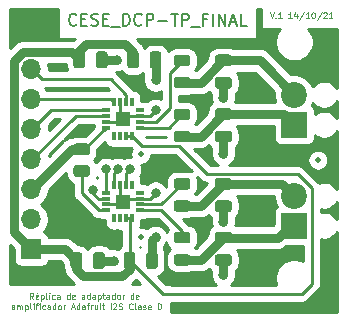
<source format=gbr>
%TF.GenerationSoftware,KiCad,Pcbnew,(5.1.10)-1*%
%TF.CreationDate,2021-10-14T08:55:52-04:00*%
%TF.ProjectId,TP_Final,54505f46-696e-4616-9c2e-6b696361645f,rev?*%
%TF.SameCoordinates,Original*%
%TF.FileFunction,Copper,L1,Top*%
%TF.FilePolarity,Positive*%
%FSLAX46Y46*%
G04 Gerber Fmt 4.6, Leading zero omitted, Abs format (unit mm)*
G04 Created by KiCad (PCBNEW (5.1.10)-1) date 2021-10-14 08:55:52*
%MOMM*%
%LPD*%
G01*
G04 APERTURE LIST*
%TA.AperFunction,NonConductor*%
%ADD10C,0.125000*%
%TD*%
%TA.AperFunction,NonConductor*%
%ADD11C,0.200000*%
%TD*%
%TA.AperFunction,ComponentPad*%
%ADD12R,1.700000X1.700000*%
%TD*%
%TA.AperFunction,ComponentPad*%
%ADD13O,1.700000X1.700000*%
%TD*%
%TA.AperFunction,SMDPad,CuDef*%
%ADD14C,0.500000*%
%TD*%
%TA.AperFunction,ComponentPad*%
%ADD15C,2.200000*%
%TD*%
%TA.AperFunction,ComponentPad*%
%ADD16R,2.200000X2.200000*%
%TD*%
%TA.AperFunction,SMDPad,CuDef*%
%ADD17R,0.800000X0.300000*%
%TD*%
%TA.AperFunction,SMDPad,CuDef*%
%ADD18R,0.300000X0.800000*%
%TD*%
%TA.AperFunction,SMDPad,CuDef*%
%ADD19R,1.230000X1.230000*%
%TD*%
%TA.AperFunction,ViaPad*%
%ADD20C,0.800000*%
%TD*%
%TA.AperFunction,Conductor*%
%ADD21C,0.250000*%
%TD*%
%TA.AperFunction,Conductor*%
%ADD22C,0.800000*%
%TD*%
%TA.AperFunction,NonConductor*%
%ADD23C,0.254000*%
%TD*%
%TA.AperFunction,NonConductor*%
%ADD24C,0.100000*%
%TD*%
G04 APERTURE END LIST*
D10*
X130433333Y-89726190D02*
X130600000Y-90226190D01*
X130766666Y-89726190D01*
X130933333Y-90178571D02*
X130957142Y-90202380D01*
X130933333Y-90226190D01*
X130909523Y-90202380D01*
X130933333Y-90178571D01*
X130933333Y-90226190D01*
X131433333Y-90226190D02*
X131147619Y-90226190D01*
X131290476Y-90226190D02*
X131290476Y-89726190D01*
X131242857Y-89797619D01*
X131195238Y-89845238D01*
X131147619Y-89869047D01*
X132290476Y-90226190D02*
X132004761Y-90226190D01*
X132147619Y-90226190D02*
X132147619Y-89726190D01*
X132100000Y-89797619D01*
X132052380Y-89845238D01*
X132004761Y-89869047D01*
X132719047Y-89892857D02*
X132719047Y-90226190D01*
X132600000Y-89702380D02*
X132480952Y-90059523D01*
X132790476Y-90059523D01*
X133338095Y-89702380D02*
X132909523Y-90345238D01*
X133766666Y-90226190D02*
X133480952Y-90226190D01*
X133623809Y-90226190D02*
X133623809Y-89726190D01*
X133576190Y-89797619D01*
X133528571Y-89845238D01*
X133480952Y-89869047D01*
X134076190Y-89726190D02*
X134123809Y-89726190D01*
X134171428Y-89750000D01*
X134195238Y-89773809D01*
X134219047Y-89821428D01*
X134242857Y-89916666D01*
X134242857Y-90035714D01*
X134219047Y-90130952D01*
X134195238Y-90178571D01*
X134171428Y-90202380D01*
X134123809Y-90226190D01*
X134076190Y-90226190D01*
X134028571Y-90202380D01*
X134004761Y-90178571D01*
X133980952Y-90130952D01*
X133957142Y-90035714D01*
X133957142Y-89916666D01*
X133980952Y-89821428D01*
X134004761Y-89773809D01*
X134028571Y-89750000D01*
X134076190Y-89726190D01*
X134814285Y-89702380D02*
X134385714Y-90345238D01*
X134957142Y-89773809D02*
X134980952Y-89750000D01*
X135028571Y-89726190D01*
X135147619Y-89726190D01*
X135195238Y-89750000D01*
X135219047Y-89773809D01*
X135242857Y-89821428D01*
X135242857Y-89869047D01*
X135219047Y-89940476D01*
X134933333Y-90226190D01*
X135242857Y-90226190D01*
X135719047Y-90226190D02*
X135433333Y-90226190D01*
X135576190Y-90226190D02*
X135576190Y-89726190D01*
X135528571Y-89797619D01*
X135480952Y-89845238D01*
X135433333Y-89869047D01*
X110400000Y-113988690D02*
X110233333Y-113750595D01*
X110114285Y-113988690D02*
X110114285Y-113488690D01*
X110304761Y-113488690D01*
X110352380Y-113512500D01*
X110376190Y-113536309D01*
X110400000Y-113583928D01*
X110400000Y-113655357D01*
X110376190Y-113702976D01*
X110352380Y-113726785D01*
X110304761Y-113750595D01*
X110114285Y-113750595D01*
X110804761Y-113964880D02*
X110757142Y-113988690D01*
X110661904Y-113988690D01*
X110614285Y-113964880D01*
X110590476Y-113917261D01*
X110590476Y-113726785D01*
X110614285Y-113679166D01*
X110661904Y-113655357D01*
X110757142Y-113655357D01*
X110804761Y-113679166D01*
X110828571Y-113726785D01*
X110828571Y-113774404D01*
X110590476Y-113822023D01*
X110757142Y-113464880D02*
X110685714Y-113536309D01*
X111042857Y-113655357D02*
X111042857Y-114155357D01*
X111042857Y-113679166D02*
X111090476Y-113655357D01*
X111185714Y-113655357D01*
X111233333Y-113679166D01*
X111257142Y-113702976D01*
X111280952Y-113750595D01*
X111280952Y-113893452D01*
X111257142Y-113941071D01*
X111233333Y-113964880D01*
X111185714Y-113988690D01*
X111090476Y-113988690D01*
X111042857Y-113964880D01*
X111566666Y-113988690D02*
X111519047Y-113964880D01*
X111495238Y-113917261D01*
X111495238Y-113488690D01*
X111757142Y-113988690D02*
X111757142Y-113655357D01*
X111757142Y-113488690D02*
X111733333Y-113512500D01*
X111757142Y-113536309D01*
X111780952Y-113512500D01*
X111757142Y-113488690D01*
X111757142Y-113536309D01*
X112209523Y-113964880D02*
X112161904Y-113988690D01*
X112066666Y-113988690D01*
X112019047Y-113964880D01*
X111995238Y-113941071D01*
X111971428Y-113893452D01*
X111971428Y-113750595D01*
X111995238Y-113702976D01*
X112019047Y-113679166D01*
X112066666Y-113655357D01*
X112161904Y-113655357D01*
X112209523Y-113679166D01*
X112638095Y-113988690D02*
X112638095Y-113726785D01*
X112614285Y-113679166D01*
X112566666Y-113655357D01*
X112471428Y-113655357D01*
X112423809Y-113679166D01*
X112638095Y-113964880D02*
X112590476Y-113988690D01*
X112471428Y-113988690D01*
X112423809Y-113964880D01*
X112400000Y-113917261D01*
X112400000Y-113869642D01*
X112423809Y-113822023D01*
X112471428Y-113798214D01*
X112590476Y-113798214D01*
X112638095Y-113774404D01*
X113471428Y-113988690D02*
X113471428Y-113488690D01*
X113471428Y-113964880D02*
X113423809Y-113988690D01*
X113328571Y-113988690D01*
X113280952Y-113964880D01*
X113257142Y-113941071D01*
X113233333Y-113893452D01*
X113233333Y-113750595D01*
X113257142Y-113702976D01*
X113280952Y-113679166D01*
X113328571Y-113655357D01*
X113423809Y-113655357D01*
X113471428Y-113679166D01*
X113900000Y-113964880D02*
X113852380Y-113988690D01*
X113757142Y-113988690D01*
X113709523Y-113964880D01*
X113685714Y-113917261D01*
X113685714Y-113726785D01*
X113709523Y-113679166D01*
X113757142Y-113655357D01*
X113852380Y-113655357D01*
X113900000Y-113679166D01*
X113923809Y-113726785D01*
X113923809Y-113774404D01*
X113685714Y-113822023D01*
X114733333Y-113988690D02*
X114733333Y-113726785D01*
X114709523Y-113679166D01*
X114661904Y-113655357D01*
X114566666Y-113655357D01*
X114519047Y-113679166D01*
X114733333Y-113964880D02*
X114685714Y-113988690D01*
X114566666Y-113988690D01*
X114519047Y-113964880D01*
X114495238Y-113917261D01*
X114495238Y-113869642D01*
X114519047Y-113822023D01*
X114566666Y-113798214D01*
X114685714Y-113798214D01*
X114733333Y-113774404D01*
X115185714Y-113988690D02*
X115185714Y-113488690D01*
X115185714Y-113964880D02*
X115138095Y-113988690D01*
X115042857Y-113988690D01*
X114995238Y-113964880D01*
X114971428Y-113941071D01*
X114947619Y-113893452D01*
X114947619Y-113750595D01*
X114971428Y-113702976D01*
X114995238Y-113679166D01*
X115042857Y-113655357D01*
X115138095Y-113655357D01*
X115185714Y-113679166D01*
X115638095Y-113988690D02*
X115638095Y-113726785D01*
X115614285Y-113679166D01*
X115566666Y-113655357D01*
X115471428Y-113655357D01*
X115423809Y-113679166D01*
X115638095Y-113964880D02*
X115590476Y-113988690D01*
X115471428Y-113988690D01*
X115423809Y-113964880D01*
X115400000Y-113917261D01*
X115400000Y-113869642D01*
X115423809Y-113822023D01*
X115471428Y-113798214D01*
X115590476Y-113798214D01*
X115638095Y-113774404D01*
X115876190Y-113655357D02*
X115876190Y-114155357D01*
X115876190Y-113679166D02*
X115923809Y-113655357D01*
X116019047Y-113655357D01*
X116066666Y-113679166D01*
X116090476Y-113702976D01*
X116114285Y-113750595D01*
X116114285Y-113893452D01*
X116090476Y-113941071D01*
X116066666Y-113964880D01*
X116019047Y-113988690D01*
X115923809Y-113988690D01*
X115876190Y-113964880D01*
X116257142Y-113655357D02*
X116447619Y-113655357D01*
X116328571Y-113488690D02*
X116328571Y-113917261D01*
X116352380Y-113964880D01*
X116400000Y-113988690D01*
X116447619Y-113988690D01*
X116828571Y-113988690D02*
X116828571Y-113726785D01*
X116804761Y-113679166D01*
X116757142Y-113655357D01*
X116661904Y-113655357D01*
X116614285Y-113679166D01*
X116828571Y-113964880D02*
X116780952Y-113988690D01*
X116661904Y-113988690D01*
X116614285Y-113964880D01*
X116590476Y-113917261D01*
X116590476Y-113869642D01*
X116614285Y-113822023D01*
X116661904Y-113798214D01*
X116780952Y-113798214D01*
X116828571Y-113774404D01*
X117280952Y-113988690D02*
X117280952Y-113488690D01*
X117280952Y-113964880D02*
X117233333Y-113988690D01*
X117138095Y-113988690D01*
X117090476Y-113964880D01*
X117066666Y-113941071D01*
X117042857Y-113893452D01*
X117042857Y-113750595D01*
X117066666Y-113702976D01*
X117090476Y-113679166D01*
X117138095Y-113655357D01*
X117233333Y-113655357D01*
X117280952Y-113679166D01*
X117590476Y-113988690D02*
X117542857Y-113964880D01*
X117519047Y-113941071D01*
X117495238Y-113893452D01*
X117495238Y-113750595D01*
X117519047Y-113702976D01*
X117542857Y-113679166D01*
X117590476Y-113655357D01*
X117661904Y-113655357D01*
X117709523Y-113679166D01*
X117733333Y-113702976D01*
X117757142Y-113750595D01*
X117757142Y-113893452D01*
X117733333Y-113941071D01*
X117709523Y-113964880D01*
X117661904Y-113988690D01*
X117590476Y-113988690D01*
X117971428Y-113988690D02*
X117971428Y-113655357D01*
X117971428Y-113750595D02*
X117995238Y-113702976D01*
X118019047Y-113679166D01*
X118066666Y-113655357D01*
X118114285Y-113655357D01*
X118876190Y-113988690D02*
X118876190Y-113488690D01*
X118876190Y-113964880D02*
X118828571Y-113988690D01*
X118733333Y-113988690D01*
X118685714Y-113964880D01*
X118661904Y-113941071D01*
X118638095Y-113893452D01*
X118638095Y-113750595D01*
X118661904Y-113702976D01*
X118685714Y-113679166D01*
X118733333Y-113655357D01*
X118828571Y-113655357D01*
X118876190Y-113679166D01*
X119304761Y-113964880D02*
X119257142Y-113988690D01*
X119161904Y-113988690D01*
X119114285Y-113964880D01*
X119090476Y-113917261D01*
X119090476Y-113726785D01*
X119114285Y-113679166D01*
X119161904Y-113655357D01*
X119257142Y-113655357D01*
X119304761Y-113679166D01*
X119328571Y-113726785D01*
X119328571Y-113774404D01*
X119090476Y-113822023D01*
X108804761Y-114863690D02*
X108804761Y-114601785D01*
X108780952Y-114554166D01*
X108733333Y-114530357D01*
X108638095Y-114530357D01*
X108590476Y-114554166D01*
X108804761Y-114839880D02*
X108757142Y-114863690D01*
X108638095Y-114863690D01*
X108590476Y-114839880D01*
X108566666Y-114792261D01*
X108566666Y-114744642D01*
X108590476Y-114697023D01*
X108638095Y-114673214D01*
X108757142Y-114673214D01*
X108804761Y-114649404D01*
X109042857Y-114863690D02*
X109042857Y-114530357D01*
X109042857Y-114577976D02*
X109066666Y-114554166D01*
X109114285Y-114530357D01*
X109185714Y-114530357D01*
X109233333Y-114554166D01*
X109257142Y-114601785D01*
X109257142Y-114863690D01*
X109257142Y-114601785D02*
X109280952Y-114554166D01*
X109328571Y-114530357D01*
X109400000Y-114530357D01*
X109447619Y-114554166D01*
X109471428Y-114601785D01*
X109471428Y-114863690D01*
X109709523Y-114530357D02*
X109709523Y-115030357D01*
X109709523Y-114554166D02*
X109757142Y-114530357D01*
X109852380Y-114530357D01*
X109900000Y-114554166D01*
X109923809Y-114577976D01*
X109947619Y-114625595D01*
X109947619Y-114768452D01*
X109923809Y-114816071D01*
X109900000Y-114839880D01*
X109852380Y-114863690D01*
X109757142Y-114863690D01*
X109709523Y-114839880D01*
X110233333Y-114863690D02*
X110185714Y-114839880D01*
X110161904Y-114792261D01*
X110161904Y-114363690D01*
X110423809Y-114863690D02*
X110423809Y-114530357D01*
X110423809Y-114363690D02*
X110400000Y-114387500D01*
X110423809Y-114411309D01*
X110447619Y-114387500D01*
X110423809Y-114363690D01*
X110423809Y-114411309D01*
X110590476Y-114530357D02*
X110780952Y-114530357D01*
X110661904Y-114863690D02*
X110661904Y-114435119D01*
X110685714Y-114387500D01*
X110733333Y-114363690D01*
X110780952Y-114363690D01*
X110947619Y-114863690D02*
X110947619Y-114530357D01*
X110947619Y-114363690D02*
X110923809Y-114387500D01*
X110947619Y-114411309D01*
X110971428Y-114387500D01*
X110947619Y-114363690D01*
X110947619Y-114411309D01*
X111400000Y-114839880D02*
X111352380Y-114863690D01*
X111257142Y-114863690D01*
X111209523Y-114839880D01*
X111185714Y-114816071D01*
X111161904Y-114768452D01*
X111161904Y-114625595D01*
X111185714Y-114577976D01*
X111209523Y-114554166D01*
X111257142Y-114530357D01*
X111352380Y-114530357D01*
X111400000Y-114554166D01*
X111828571Y-114863690D02*
X111828571Y-114601785D01*
X111804761Y-114554166D01*
X111757142Y-114530357D01*
X111661904Y-114530357D01*
X111614285Y-114554166D01*
X111828571Y-114839880D02*
X111780952Y-114863690D01*
X111661904Y-114863690D01*
X111614285Y-114839880D01*
X111590476Y-114792261D01*
X111590476Y-114744642D01*
X111614285Y-114697023D01*
X111661904Y-114673214D01*
X111780952Y-114673214D01*
X111828571Y-114649404D01*
X112280952Y-114863690D02*
X112280952Y-114363690D01*
X112280952Y-114839880D02*
X112233333Y-114863690D01*
X112138095Y-114863690D01*
X112090476Y-114839880D01*
X112066666Y-114816071D01*
X112042857Y-114768452D01*
X112042857Y-114625595D01*
X112066666Y-114577976D01*
X112090476Y-114554166D01*
X112138095Y-114530357D01*
X112233333Y-114530357D01*
X112280952Y-114554166D01*
X112590476Y-114863690D02*
X112542857Y-114839880D01*
X112519047Y-114816071D01*
X112495238Y-114768452D01*
X112495238Y-114625595D01*
X112519047Y-114577976D01*
X112542857Y-114554166D01*
X112590476Y-114530357D01*
X112661904Y-114530357D01*
X112709523Y-114554166D01*
X112733333Y-114577976D01*
X112757142Y-114625595D01*
X112757142Y-114768452D01*
X112733333Y-114816071D01*
X112709523Y-114839880D01*
X112661904Y-114863690D01*
X112590476Y-114863690D01*
X112971428Y-114863690D02*
X112971428Y-114530357D01*
X112971428Y-114625595D02*
X112995238Y-114577976D01*
X113019047Y-114554166D01*
X113066666Y-114530357D01*
X113114285Y-114530357D01*
X113638095Y-114720833D02*
X113876190Y-114720833D01*
X113590476Y-114863690D02*
X113757142Y-114363690D01*
X113923809Y-114863690D01*
X114304761Y-114863690D02*
X114304761Y-114363690D01*
X114304761Y-114839880D02*
X114257142Y-114863690D01*
X114161904Y-114863690D01*
X114114285Y-114839880D01*
X114090476Y-114816071D01*
X114066666Y-114768452D01*
X114066666Y-114625595D01*
X114090476Y-114577976D01*
X114114285Y-114554166D01*
X114161904Y-114530357D01*
X114257142Y-114530357D01*
X114304761Y-114554166D01*
X114757142Y-114863690D02*
X114757142Y-114601785D01*
X114733333Y-114554166D01*
X114685714Y-114530357D01*
X114590476Y-114530357D01*
X114542857Y-114554166D01*
X114757142Y-114839880D02*
X114709523Y-114863690D01*
X114590476Y-114863690D01*
X114542857Y-114839880D01*
X114519047Y-114792261D01*
X114519047Y-114744642D01*
X114542857Y-114697023D01*
X114590476Y-114673214D01*
X114709523Y-114673214D01*
X114757142Y-114649404D01*
X114923809Y-114530357D02*
X115114285Y-114530357D01*
X114995238Y-114863690D02*
X114995238Y-114435119D01*
X115019047Y-114387500D01*
X115066666Y-114363690D01*
X115114285Y-114363690D01*
X115280952Y-114863690D02*
X115280952Y-114530357D01*
X115280952Y-114625595D02*
X115304761Y-114577976D01*
X115328571Y-114554166D01*
X115376190Y-114530357D01*
X115423809Y-114530357D01*
X115804761Y-114530357D02*
X115804761Y-114863690D01*
X115590476Y-114530357D02*
X115590476Y-114792261D01*
X115614285Y-114839880D01*
X115661904Y-114863690D01*
X115733333Y-114863690D01*
X115780952Y-114839880D01*
X115804761Y-114816071D01*
X116042857Y-114863690D02*
X116042857Y-114530357D01*
X116042857Y-114363690D02*
X116019047Y-114387500D01*
X116042857Y-114411309D01*
X116066666Y-114387500D01*
X116042857Y-114363690D01*
X116042857Y-114411309D01*
X116209523Y-114530357D02*
X116400000Y-114530357D01*
X116280952Y-114363690D02*
X116280952Y-114792261D01*
X116304761Y-114839880D01*
X116352380Y-114863690D01*
X116400000Y-114863690D01*
X116947619Y-114863690D02*
X116947619Y-114363690D01*
X117161904Y-114411309D02*
X117185714Y-114387500D01*
X117233333Y-114363690D01*
X117352380Y-114363690D01*
X117400000Y-114387500D01*
X117423809Y-114411309D01*
X117447619Y-114458928D01*
X117447619Y-114506547D01*
X117423809Y-114577976D01*
X117138095Y-114863690D01*
X117447619Y-114863690D01*
X117638095Y-114839880D02*
X117709523Y-114863690D01*
X117828571Y-114863690D01*
X117876190Y-114839880D01*
X117900000Y-114816071D01*
X117923809Y-114768452D01*
X117923809Y-114720833D01*
X117900000Y-114673214D01*
X117876190Y-114649404D01*
X117828571Y-114625595D01*
X117733333Y-114601785D01*
X117685714Y-114577976D01*
X117661904Y-114554166D01*
X117638095Y-114506547D01*
X117638095Y-114458928D01*
X117661904Y-114411309D01*
X117685714Y-114387500D01*
X117733333Y-114363690D01*
X117852380Y-114363690D01*
X117923809Y-114387500D01*
X118804761Y-114816071D02*
X118780952Y-114839880D01*
X118709523Y-114863690D01*
X118661904Y-114863690D01*
X118590476Y-114839880D01*
X118542857Y-114792261D01*
X118519047Y-114744642D01*
X118495238Y-114649404D01*
X118495238Y-114577976D01*
X118519047Y-114482738D01*
X118542857Y-114435119D01*
X118590476Y-114387500D01*
X118661904Y-114363690D01*
X118709523Y-114363690D01*
X118780952Y-114387500D01*
X118804761Y-114411309D01*
X119090476Y-114863690D02*
X119042857Y-114839880D01*
X119019047Y-114792261D01*
X119019047Y-114363690D01*
X119495238Y-114863690D02*
X119495238Y-114601785D01*
X119471428Y-114554166D01*
X119423809Y-114530357D01*
X119328571Y-114530357D01*
X119280952Y-114554166D01*
X119495238Y-114839880D02*
X119447619Y-114863690D01*
X119328571Y-114863690D01*
X119280952Y-114839880D01*
X119257142Y-114792261D01*
X119257142Y-114744642D01*
X119280952Y-114697023D01*
X119328571Y-114673214D01*
X119447619Y-114673214D01*
X119495238Y-114649404D01*
X119709523Y-114839880D02*
X119757142Y-114863690D01*
X119852380Y-114863690D01*
X119899999Y-114839880D01*
X119923809Y-114792261D01*
X119923809Y-114768452D01*
X119899999Y-114720833D01*
X119852380Y-114697023D01*
X119780952Y-114697023D01*
X119733333Y-114673214D01*
X119709523Y-114625595D01*
X119709523Y-114601785D01*
X119733333Y-114554166D01*
X119780952Y-114530357D01*
X119852380Y-114530357D01*
X119899999Y-114554166D01*
X120328571Y-114839880D02*
X120280952Y-114863690D01*
X120185714Y-114863690D01*
X120138095Y-114839880D01*
X120114285Y-114792261D01*
X120114285Y-114601785D01*
X120138095Y-114554166D01*
X120185714Y-114530357D01*
X120280952Y-114530357D01*
X120328571Y-114554166D01*
X120352380Y-114601785D01*
X120352380Y-114649404D01*
X120114285Y-114697023D01*
X120947619Y-114863690D02*
X120947619Y-114363690D01*
X121066666Y-114363690D01*
X121138095Y-114387500D01*
X121185714Y-114435119D01*
X121209523Y-114482738D01*
X121233333Y-114577976D01*
X121233333Y-114649404D01*
X121209523Y-114744642D01*
X121185714Y-114792261D01*
X121138095Y-114839880D01*
X121066666Y-114863690D01*
X120947619Y-114863690D01*
D11*
X114042857Y-90757142D02*
X113995238Y-90804761D01*
X113852380Y-90852380D01*
X113757142Y-90852380D01*
X113614285Y-90804761D01*
X113519047Y-90709523D01*
X113471428Y-90614285D01*
X113423809Y-90423809D01*
X113423809Y-90280952D01*
X113471428Y-90090476D01*
X113519047Y-89995238D01*
X113614285Y-89900000D01*
X113757142Y-89852380D01*
X113852380Y-89852380D01*
X113995238Y-89900000D01*
X114042857Y-89947619D01*
X114471428Y-90328571D02*
X114804761Y-90328571D01*
X114947619Y-90852380D02*
X114471428Y-90852380D01*
X114471428Y-89852380D01*
X114947619Y-89852380D01*
X115328571Y-90804761D02*
X115471428Y-90852380D01*
X115709523Y-90852380D01*
X115804761Y-90804761D01*
X115852380Y-90757142D01*
X115900000Y-90661904D01*
X115900000Y-90566666D01*
X115852380Y-90471428D01*
X115804761Y-90423809D01*
X115709523Y-90376190D01*
X115519047Y-90328571D01*
X115423809Y-90280952D01*
X115376190Y-90233333D01*
X115328571Y-90138095D01*
X115328571Y-90042857D01*
X115376190Y-89947619D01*
X115423809Y-89900000D01*
X115519047Y-89852380D01*
X115757142Y-89852380D01*
X115900000Y-89900000D01*
X116328571Y-90328571D02*
X116661904Y-90328571D01*
X116804761Y-90852380D02*
X116328571Y-90852380D01*
X116328571Y-89852380D01*
X116804761Y-89852380D01*
X116995238Y-90947619D02*
X117757142Y-90947619D01*
X117995238Y-90852380D02*
X117995238Y-89852380D01*
X118233333Y-89852380D01*
X118376190Y-89900000D01*
X118471428Y-89995238D01*
X118519047Y-90090476D01*
X118566666Y-90280952D01*
X118566666Y-90423809D01*
X118519047Y-90614285D01*
X118471428Y-90709523D01*
X118376190Y-90804761D01*
X118233333Y-90852380D01*
X117995238Y-90852380D01*
X119566666Y-90757142D02*
X119519047Y-90804761D01*
X119376190Y-90852380D01*
X119280952Y-90852380D01*
X119138095Y-90804761D01*
X119042857Y-90709523D01*
X118995238Y-90614285D01*
X118947619Y-90423809D01*
X118947619Y-90280952D01*
X118995238Y-90090476D01*
X119042857Y-89995238D01*
X119138095Y-89900000D01*
X119280952Y-89852380D01*
X119376190Y-89852380D01*
X119519047Y-89900000D01*
X119566666Y-89947619D01*
X119995238Y-90852380D02*
X119995238Y-89852380D01*
X120376190Y-89852380D01*
X120471428Y-89900000D01*
X120519047Y-89947619D01*
X120566666Y-90042857D01*
X120566666Y-90185714D01*
X120519047Y-90280952D01*
X120471428Y-90328571D01*
X120376190Y-90376190D01*
X119995238Y-90376190D01*
X120995238Y-90471428D02*
X121757142Y-90471428D01*
X122090476Y-89852380D02*
X122661904Y-89852380D01*
X122376190Y-90852380D02*
X122376190Y-89852380D01*
X122995238Y-90852380D02*
X122995238Y-89852380D01*
X123376190Y-89852380D01*
X123471428Y-89900000D01*
X123519047Y-89947619D01*
X123566666Y-90042857D01*
X123566666Y-90185714D01*
X123519047Y-90280952D01*
X123471428Y-90328571D01*
X123376190Y-90376190D01*
X122995238Y-90376190D01*
X123757142Y-90947619D02*
X124519047Y-90947619D01*
X125090476Y-90328571D02*
X124757142Y-90328571D01*
X124757142Y-90852380D02*
X124757142Y-89852380D01*
X125233333Y-89852380D01*
X125614285Y-90852380D02*
X125614285Y-89852380D01*
X126090476Y-90852380D02*
X126090476Y-89852380D01*
X126661904Y-90852380D01*
X126661904Y-89852380D01*
X127090476Y-90566666D02*
X127566666Y-90566666D01*
X126995238Y-90852380D02*
X127328571Y-89852380D01*
X127661904Y-90852380D01*
X128471428Y-90852380D02*
X127995238Y-90852380D01*
X127995238Y-89852380D01*
D12*
%TO.P,J1,1*%
%TO.N,VCC*%
X110250000Y-109790000D03*
D13*
%TO.P,J1,2*%
%TO.N,GND*%
X110250000Y-107250000D03*
%TO.P,J1,3*%
%TO.N,/SD_MODE*%
X110250000Y-104710000D03*
%TO.P,J1,4*%
%TO.N,/GAIN*%
X110250000Y-102170000D03*
%TO.P,J1,5*%
%TO.N,/DIN*%
X110250000Y-99630000D03*
%TO.P,J1,6*%
%TO.N,/BCLK*%
X110250000Y-97090000D03*
%TO.P,J1,7*%
%TO.N,/LRCLK*%
X110250000Y-94550000D03*
%TD*%
D14*
%TO.P,FID2,*%
%TO.N,*%
X119500000Y-101750000D03*
%TD*%
%TO.P,FID3,*%
%TO.N,*%
X119500000Y-108750000D03*
%TD*%
%TO.P,FID4,*%
%TO.N,*%
X134500000Y-102250000D03*
%TD*%
D15*
%TO.P,J2,2*%
%TO.N,Net-(C5-Pad1)*%
X132500000Y-96710000D03*
D16*
%TO.P,J2,1*%
%TO.N,Net-(C6-Pad1)*%
X132500000Y-99250000D03*
%TD*%
%TO.P,J3,1*%
%TO.N,Net-(C8-Pad1)*%
X132500000Y-107790000D03*
D15*
%TO.P,J3,2*%
%TO.N,Net-(C7-Pad1)*%
X132500000Y-105250000D03*
%TD*%
D17*
%TO.P,U1,1*%
%TO.N,/DIN*%
X116575000Y-98000000D03*
%TO.P,U1,2*%
%TO.N,/GAIN*%
X116575000Y-98500000D03*
%TO.P,U1,3*%
%TO.N,GND*%
X116575000Y-99000000D03*
%TO.P,U1,4*%
%TO.N,/SD_MODE*%
X116575000Y-99500000D03*
%TO.P,U1,9*%
%TO.N,Net-(FB2-Pad1)*%
X119425000Y-99500000D03*
%TO.P,U1,10*%
%TO.N,Net-(FB1-Pad1)*%
X119425000Y-99000000D03*
%TO.P,U1,11*%
%TO.N,GND*%
X119425000Y-98500000D03*
%TO.P,U1,12*%
%TO.N,N/C*%
X119425000Y-98000000D03*
D18*
%TO.P,U1,5*%
X117250000Y-100175000D03*
%TO.P,U1,6*%
X117750000Y-100175000D03*
%TO.P,U1,7*%
%TO.N,VCC*%
X118250000Y-100175000D03*
%TO.P,U1,8*%
X118750000Y-100175000D03*
%TO.P,U1,13*%
%TO.N,N/C*%
X118750000Y-97325000D03*
%TO.P,U1,14*%
%TO.N,/LRCLK*%
X118250000Y-97325000D03*
%TO.P,U1,15*%
%TO.N,GND*%
X117750000Y-97325000D03*
%TO.P,U1,16*%
%TO.N,/BCLK*%
X117250000Y-97325000D03*
D19*
%TO.P,U1,17*%
%TO.N,GND*%
X118000000Y-98750000D03*
%TD*%
%TO.P,U2,17*%
%TO.N,GND*%
X118000000Y-105750000D03*
D18*
%TO.P,U2,16*%
%TO.N,/BCLK*%
X117250000Y-104325000D03*
%TO.P,U2,15*%
%TO.N,GND*%
X117750000Y-104325000D03*
%TO.P,U2,14*%
%TO.N,/LRCLK*%
X118250000Y-104325000D03*
%TO.P,U2,13*%
%TO.N,N/C*%
X118750000Y-104325000D03*
%TO.P,U2,8*%
%TO.N,VCC*%
X118750000Y-107175000D03*
%TO.P,U2,7*%
X118250000Y-107175000D03*
%TO.P,U2,6*%
%TO.N,N/C*%
X117750000Y-107175000D03*
%TO.P,U2,5*%
X117250000Y-107175000D03*
D17*
%TO.P,U2,12*%
X119425000Y-105000000D03*
%TO.P,U2,11*%
%TO.N,GND*%
X119425000Y-105500000D03*
%TO.P,U2,10*%
%TO.N,Net-(FB3-Pad1)*%
X119425000Y-106000000D03*
%TO.P,U2,9*%
%TO.N,Net-(FB4-Pad1)*%
X119425000Y-106500000D03*
%TO.P,U2,4*%
%TO.N,Net-(R1-Pad1)*%
X116575000Y-106500000D03*
%TO.P,U2,3*%
%TO.N,GND*%
X116575000Y-106000000D03*
%TO.P,U2,2*%
%TO.N,/GAIN*%
X116575000Y-105500000D03*
%TO.P,U2,1*%
%TO.N,/DIN*%
X116575000Y-105000000D03*
%TD*%
%TO.P,C1,2*%
%TO.N,GND*%
%TA.AperFunction,SMDPad,CuDef*%
G36*
G01*
X115700000Y-94225000D02*
X115700000Y-93275000D01*
G75*
G02*
X115950000Y-93025000I250000J0D01*
G01*
X116450000Y-93025000D01*
G75*
G02*
X116700000Y-93275000I0J-250000D01*
G01*
X116700000Y-94225000D01*
G75*
G02*
X116450000Y-94475000I-250000J0D01*
G01*
X115950000Y-94475000D01*
G75*
G02*
X115700000Y-94225000I0J250000D01*
G01*
G37*
%TD.AperFunction*%
%TO.P,C1,1*%
%TO.N,VCC*%
%TA.AperFunction,SMDPad,CuDef*%
G36*
G01*
X113800000Y-94225000D02*
X113800000Y-93275000D01*
G75*
G02*
X114050000Y-93025000I250000J0D01*
G01*
X114550000Y-93025000D01*
G75*
G02*
X114800000Y-93275000I0J-250000D01*
G01*
X114800000Y-94225000D01*
G75*
G02*
X114550000Y-94475000I-250000J0D01*
G01*
X114050000Y-94475000D01*
G75*
G02*
X113800000Y-94225000I0J250000D01*
G01*
G37*
%TD.AperFunction*%
%TD*%
%TO.P,C2,1*%
%TO.N,VCC*%
%TA.AperFunction,SMDPad,CuDef*%
G36*
G01*
X118350000Y-94225000D02*
X118350000Y-93275000D01*
G75*
G02*
X118600000Y-93025000I250000J0D01*
G01*
X119100000Y-93025000D01*
G75*
G02*
X119350000Y-93275000I0J-250000D01*
G01*
X119350000Y-94225000D01*
G75*
G02*
X119100000Y-94475000I-250000J0D01*
G01*
X118600000Y-94475000D01*
G75*
G02*
X118350000Y-94225000I0J250000D01*
G01*
G37*
%TD.AperFunction*%
%TO.P,C2,2*%
%TO.N,GND*%
%TA.AperFunction,SMDPad,CuDef*%
G36*
G01*
X120250000Y-94225000D02*
X120250000Y-93275000D01*
G75*
G02*
X120500000Y-93025000I250000J0D01*
G01*
X121000000Y-93025000D01*
G75*
G02*
X121250000Y-93275000I0J-250000D01*
G01*
X121250000Y-94225000D01*
G75*
G02*
X121000000Y-94475000I-250000J0D01*
G01*
X120500000Y-94475000D01*
G75*
G02*
X120250000Y-94225000I0J250000D01*
G01*
G37*
%TD.AperFunction*%
%TD*%
%TO.P,C3,1*%
%TO.N,VCC*%
%TA.AperFunction,SMDPad,CuDef*%
G36*
G01*
X113550000Y-111225000D02*
X113550000Y-110275000D01*
G75*
G02*
X113800000Y-110025000I250000J0D01*
G01*
X114300000Y-110025000D01*
G75*
G02*
X114550000Y-110275000I0J-250000D01*
G01*
X114550000Y-111225000D01*
G75*
G02*
X114300000Y-111475000I-250000J0D01*
G01*
X113800000Y-111475000D01*
G75*
G02*
X113550000Y-111225000I0J250000D01*
G01*
G37*
%TD.AperFunction*%
%TO.P,C3,2*%
%TO.N,GND*%
%TA.AperFunction,SMDPad,CuDef*%
G36*
G01*
X115450000Y-111225000D02*
X115450000Y-110275000D01*
G75*
G02*
X115700000Y-110025000I250000J0D01*
G01*
X116200000Y-110025000D01*
G75*
G02*
X116450000Y-110275000I0J-250000D01*
G01*
X116450000Y-111225000D01*
G75*
G02*
X116200000Y-111475000I-250000J0D01*
G01*
X115700000Y-111475000D01*
G75*
G02*
X115450000Y-111225000I0J250000D01*
G01*
G37*
%TD.AperFunction*%
%TD*%
%TO.P,C4,1*%
%TO.N,VCC*%
%TA.AperFunction,SMDPad,CuDef*%
G36*
G01*
X118050000Y-111225000D02*
X118050000Y-110275000D01*
G75*
G02*
X118300000Y-110025000I250000J0D01*
G01*
X118800000Y-110025000D01*
G75*
G02*
X119050000Y-110275000I0J-250000D01*
G01*
X119050000Y-111225000D01*
G75*
G02*
X118800000Y-111475000I-250000J0D01*
G01*
X118300000Y-111475000D01*
G75*
G02*
X118050000Y-111225000I0J250000D01*
G01*
G37*
%TD.AperFunction*%
%TO.P,C4,2*%
%TO.N,GND*%
%TA.AperFunction,SMDPad,CuDef*%
G36*
G01*
X119950000Y-111225000D02*
X119950000Y-110275000D01*
G75*
G02*
X120200000Y-110025000I250000J0D01*
G01*
X120700000Y-110025000D01*
G75*
G02*
X120950000Y-110275000I0J-250000D01*
G01*
X120950000Y-111225000D01*
G75*
G02*
X120700000Y-111475000I-250000J0D01*
G01*
X120200000Y-111475000D01*
G75*
G02*
X119950000Y-111225000I0J250000D01*
G01*
G37*
%TD.AperFunction*%
%TD*%
%TO.P,C5,2*%
%TO.N,GND*%
%TA.AperFunction,SMDPad,CuDef*%
G36*
G01*
X126025000Y-95200000D02*
X126975000Y-95200000D01*
G75*
G02*
X127225000Y-95450000I0J-250000D01*
G01*
X127225000Y-95950000D01*
G75*
G02*
X126975000Y-96200000I-250000J0D01*
G01*
X126025000Y-96200000D01*
G75*
G02*
X125775000Y-95950000I0J250000D01*
G01*
X125775000Y-95450000D01*
G75*
G02*
X126025000Y-95200000I250000J0D01*
G01*
G37*
%TD.AperFunction*%
%TO.P,C5,1*%
%TO.N,Net-(C5-Pad1)*%
%TA.AperFunction,SMDPad,CuDef*%
G36*
G01*
X126025000Y-93300000D02*
X126975000Y-93300000D01*
G75*
G02*
X127225000Y-93550000I0J-250000D01*
G01*
X127225000Y-94050000D01*
G75*
G02*
X126975000Y-94300000I-250000J0D01*
G01*
X126025000Y-94300000D01*
G75*
G02*
X125775000Y-94050000I0J250000D01*
G01*
X125775000Y-93550000D01*
G75*
G02*
X126025000Y-93300000I250000J0D01*
G01*
G37*
%TD.AperFunction*%
%TD*%
%TO.P,C6,2*%
%TO.N,GND*%
%TA.AperFunction,SMDPad,CuDef*%
G36*
G01*
X126025000Y-99750000D02*
X126975000Y-99750000D01*
G75*
G02*
X127225000Y-100000000I0J-250000D01*
G01*
X127225000Y-100500000D01*
G75*
G02*
X126975000Y-100750000I-250000J0D01*
G01*
X126025000Y-100750000D01*
G75*
G02*
X125775000Y-100500000I0J250000D01*
G01*
X125775000Y-100000000D01*
G75*
G02*
X126025000Y-99750000I250000J0D01*
G01*
G37*
%TD.AperFunction*%
%TO.P,C6,1*%
%TO.N,Net-(C6-Pad1)*%
%TA.AperFunction,SMDPad,CuDef*%
G36*
G01*
X126025000Y-97850000D02*
X126975000Y-97850000D01*
G75*
G02*
X127225000Y-98100000I0J-250000D01*
G01*
X127225000Y-98600000D01*
G75*
G02*
X126975000Y-98850000I-250000J0D01*
G01*
X126025000Y-98850000D01*
G75*
G02*
X125775000Y-98600000I0J250000D01*
G01*
X125775000Y-98100000D01*
G75*
G02*
X126025000Y-97850000I250000J0D01*
G01*
G37*
%TD.AperFunction*%
%TD*%
%TO.P,C7,1*%
%TO.N,Net-(C7-Pad1)*%
%TA.AperFunction,SMDPad,CuDef*%
G36*
G01*
X126025000Y-103750000D02*
X126975000Y-103750000D01*
G75*
G02*
X127225000Y-104000000I0J-250000D01*
G01*
X127225000Y-104500000D01*
G75*
G02*
X126975000Y-104750000I-250000J0D01*
G01*
X126025000Y-104750000D01*
G75*
G02*
X125775000Y-104500000I0J250000D01*
G01*
X125775000Y-104000000D01*
G75*
G02*
X126025000Y-103750000I250000J0D01*
G01*
G37*
%TD.AperFunction*%
%TO.P,C7,2*%
%TO.N,GND*%
%TA.AperFunction,SMDPad,CuDef*%
G36*
G01*
X126025000Y-105650000D02*
X126975000Y-105650000D01*
G75*
G02*
X127225000Y-105900000I0J-250000D01*
G01*
X127225000Y-106400000D01*
G75*
G02*
X126975000Y-106650000I-250000J0D01*
G01*
X126025000Y-106650000D01*
G75*
G02*
X125775000Y-106400000I0J250000D01*
G01*
X125775000Y-105900000D01*
G75*
G02*
X126025000Y-105650000I250000J0D01*
G01*
G37*
%TD.AperFunction*%
%TD*%
%TO.P,C8,2*%
%TO.N,GND*%
%TA.AperFunction,SMDPad,CuDef*%
G36*
G01*
X126025000Y-110200000D02*
X126975000Y-110200000D01*
G75*
G02*
X127225000Y-110450000I0J-250000D01*
G01*
X127225000Y-110950000D01*
G75*
G02*
X126975000Y-111200000I-250000J0D01*
G01*
X126025000Y-111200000D01*
G75*
G02*
X125775000Y-110950000I0J250000D01*
G01*
X125775000Y-110450000D01*
G75*
G02*
X126025000Y-110200000I250000J0D01*
G01*
G37*
%TD.AperFunction*%
%TO.P,C8,1*%
%TO.N,Net-(C8-Pad1)*%
%TA.AperFunction,SMDPad,CuDef*%
G36*
G01*
X126025000Y-108300000D02*
X126975000Y-108300000D01*
G75*
G02*
X127225000Y-108550000I0J-250000D01*
G01*
X127225000Y-109050000D01*
G75*
G02*
X126975000Y-109300000I-250000J0D01*
G01*
X126025000Y-109300000D01*
G75*
G02*
X125775000Y-109050000I0J250000D01*
G01*
X125775000Y-108550000D01*
G75*
G02*
X126025000Y-108300000I250000J0D01*
G01*
G37*
%TD.AperFunction*%
%TD*%
%TO.P,FB1,1*%
%TO.N,Net-(FB1-Pad1)*%
%TA.AperFunction,SMDPad,CuDef*%
G36*
G01*
X122543750Y-93325000D02*
X123456250Y-93325000D01*
G75*
G02*
X123700000Y-93568750I0J-243750D01*
G01*
X123700000Y-94056250D01*
G75*
G02*
X123456250Y-94300000I-243750J0D01*
G01*
X122543750Y-94300000D01*
G75*
G02*
X122300000Y-94056250I0J243750D01*
G01*
X122300000Y-93568750D01*
G75*
G02*
X122543750Y-93325000I243750J0D01*
G01*
G37*
%TD.AperFunction*%
%TO.P,FB1,2*%
%TO.N,Net-(C5-Pad1)*%
%TA.AperFunction,SMDPad,CuDef*%
G36*
G01*
X122543750Y-95200000D02*
X123456250Y-95200000D01*
G75*
G02*
X123700000Y-95443750I0J-243750D01*
G01*
X123700000Y-95931250D01*
G75*
G02*
X123456250Y-96175000I-243750J0D01*
G01*
X122543750Y-96175000D01*
G75*
G02*
X122300000Y-95931250I0J243750D01*
G01*
X122300000Y-95443750D01*
G75*
G02*
X122543750Y-95200000I243750J0D01*
G01*
G37*
%TD.AperFunction*%
%TD*%
%TO.P,FB2,1*%
%TO.N,Net-(FB2-Pad1)*%
%TA.AperFunction,SMDPad,CuDef*%
G36*
G01*
X122543750Y-97887500D02*
X123456250Y-97887500D01*
G75*
G02*
X123700000Y-98131250I0J-243750D01*
G01*
X123700000Y-98618750D01*
G75*
G02*
X123456250Y-98862500I-243750J0D01*
G01*
X122543750Y-98862500D01*
G75*
G02*
X122300000Y-98618750I0J243750D01*
G01*
X122300000Y-98131250D01*
G75*
G02*
X122543750Y-97887500I243750J0D01*
G01*
G37*
%TD.AperFunction*%
%TO.P,FB2,2*%
%TO.N,Net-(C6-Pad1)*%
%TA.AperFunction,SMDPad,CuDef*%
G36*
G01*
X122543750Y-99762500D02*
X123456250Y-99762500D01*
G75*
G02*
X123700000Y-100006250I0J-243750D01*
G01*
X123700000Y-100493750D01*
G75*
G02*
X123456250Y-100737500I-243750J0D01*
G01*
X122543750Y-100737500D01*
G75*
G02*
X122300000Y-100493750I0J243750D01*
G01*
X122300000Y-100006250D01*
G75*
G02*
X122543750Y-99762500I243750J0D01*
G01*
G37*
%TD.AperFunction*%
%TD*%
%TO.P,FB3,2*%
%TO.N,Net-(C7-Pad1)*%
%TA.AperFunction,SMDPad,CuDef*%
G36*
G01*
X122543750Y-105637500D02*
X123456250Y-105637500D01*
G75*
G02*
X123700000Y-105881250I0J-243750D01*
G01*
X123700000Y-106368750D01*
G75*
G02*
X123456250Y-106612500I-243750J0D01*
G01*
X122543750Y-106612500D01*
G75*
G02*
X122300000Y-106368750I0J243750D01*
G01*
X122300000Y-105881250D01*
G75*
G02*
X122543750Y-105637500I243750J0D01*
G01*
G37*
%TD.AperFunction*%
%TO.P,FB3,1*%
%TO.N,Net-(FB3-Pad1)*%
%TA.AperFunction,SMDPad,CuDef*%
G36*
G01*
X122543750Y-103762500D02*
X123456250Y-103762500D01*
G75*
G02*
X123700000Y-104006250I0J-243750D01*
G01*
X123700000Y-104493750D01*
G75*
G02*
X123456250Y-104737500I-243750J0D01*
G01*
X122543750Y-104737500D01*
G75*
G02*
X122300000Y-104493750I0J243750D01*
G01*
X122300000Y-104006250D01*
G75*
G02*
X122543750Y-103762500I243750J0D01*
G01*
G37*
%TD.AperFunction*%
%TD*%
%TO.P,FB4,2*%
%TO.N,Net-(C8-Pad1)*%
%TA.AperFunction,SMDPad,CuDef*%
G36*
G01*
X122543750Y-110200000D02*
X123456250Y-110200000D01*
G75*
G02*
X123700000Y-110443750I0J-243750D01*
G01*
X123700000Y-110931250D01*
G75*
G02*
X123456250Y-111175000I-243750J0D01*
G01*
X122543750Y-111175000D01*
G75*
G02*
X122300000Y-110931250I0J243750D01*
G01*
X122300000Y-110443750D01*
G75*
G02*
X122543750Y-110200000I243750J0D01*
G01*
G37*
%TD.AperFunction*%
%TO.P,FB4,1*%
%TO.N,Net-(FB4-Pad1)*%
%TA.AperFunction,SMDPad,CuDef*%
G36*
G01*
X122543750Y-108325000D02*
X123456250Y-108325000D01*
G75*
G02*
X123700000Y-108568750I0J-243750D01*
G01*
X123700000Y-109056250D01*
G75*
G02*
X123456250Y-109300000I-243750J0D01*
G01*
X122543750Y-109300000D01*
G75*
G02*
X122300000Y-109056250I0J243750D01*
G01*
X122300000Y-108568750D01*
G75*
G02*
X122543750Y-108325000I243750J0D01*
G01*
G37*
%TD.AperFunction*%
%TD*%
%TO.P,R1,1*%
%TO.N,Net-(R1-Pad1)*%
%TA.AperFunction,SMDPad,CuDef*%
G36*
G01*
X114950001Y-103675000D02*
X114049999Y-103675000D01*
G75*
G02*
X113800000Y-103425001I0J249999D01*
G01*
X113800000Y-102899999D01*
G75*
G02*
X114049999Y-102650000I249999J0D01*
G01*
X114950001Y-102650000D01*
G75*
G02*
X115200000Y-102899999I0J-249999D01*
G01*
X115200000Y-103425001D01*
G75*
G02*
X114950001Y-103675000I-249999J0D01*
G01*
G37*
%TD.AperFunction*%
%TO.P,R1,2*%
%TO.N,/SD_MODE*%
%TA.AperFunction,SMDPad,CuDef*%
G36*
G01*
X114950001Y-101850000D02*
X114049999Y-101850000D01*
G75*
G02*
X113800000Y-101600001I0J249999D01*
G01*
X113800000Y-101074999D01*
G75*
G02*
X114049999Y-100825000I249999J0D01*
G01*
X114950001Y-100825000D01*
G75*
G02*
X115200000Y-101074999I0J-249999D01*
G01*
X115200000Y-101600001D01*
G75*
G02*
X114950001Y-101850000I-249999J0D01*
G01*
G37*
%TD.AperFunction*%
%TD*%
D20*
%TO.N,GND*%
X120750000Y-105000000D03*
X120750000Y-108750000D03*
X126500000Y-112000000D03*
X126500000Y-107500000D03*
X126500000Y-101750000D03*
X126500000Y-97000000D03*
X117500000Y-93750000D03*
X120750000Y-98000000D03*
X117250000Y-110750000D03*
X120750000Y-95500000D03*
%TO.N,/GAIN*%
X115500000Y-104750000D03*
%TO.N,/DIN*%
X116574999Y-103013350D03*
%TO.N,/BCLK*%
X117574897Y-102998920D03*
%TO.N,/LRCLK*%
X118574898Y-103000087D03*
%TD*%
D21*
%TO.N,GND*%
X118250000Y-98500000D02*
X119425000Y-98500000D01*
X118000000Y-98750000D02*
X118250000Y-98500000D01*
X117750000Y-98500000D02*
X117750000Y-97325000D01*
X118000000Y-98750000D02*
X117750000Y-98500000D01*
X117750000Y-99000000D02*
X116575000Y-99000000D01*
X118000000Y-98750000D02*
X117750000Y-99000000D01*
X118250000Y-105500000D02*
X119425000Y-105500000D01*
X118000000Y-105750000D02*
X118250000Y-105500000D01*
X117750000Y-105500000D02*
X117750000Y-104325000D01*
X118000000Y-105750000D02*
X117750000Y-105500000D01*
X117750000Y-106000000D02*
X116575000Y-106000000D01*
X118000000Y-105750000D02*
X117750000Y-106000000D01*
X120250000Y-105500000D02*
X120750000Y-105000000D01*
X119425000Y-105500000D02*
X120250000Y-105500000D01*
X120250000Y-98500000D02*
X120750000Y-98000000D01*
X119425000Y-98500000D02*
X120250000Y-98500000D01*
D22*
X126500000Y-95700000D02*
X126500000Y-97000000D01*
X126500000Y-100250000D02*
X126500000Y-101750000D01*
X126500000Y-106150000D02*
X126500000Y-107500000D01*
X126500000Y-110700000D02*
X126500000Y-112000000D01*
X120750000Y-93750000D02*
X120750000Y-95500000D01*
X116200000Y-93750000D02*
X117500000Y-93750000D01*
X120450000Y-109050000D02*
X120750000Y-108750000D01*
X120450000Y-110750000D02*
X120450000Y-109050000D01*
X115950000Y-110750000D02*
X117250000Y-110750000D01*
D21*
%TO.N,VCC*%
X118250000Y-107175000D02*
X118750000Y-107175000D01*
X118250000Y-100175000D02*
X118750000Y-100175000D01*
X118550000Y-107375000D02*
X118750000Y-107175000D01*
X118550000Y-110750000D02*
X118550000Y-107375000D01*
D22*
X114900010Y-92424990D02*
X118174990Y-92424990D01*
X114300000Y-93025000D02*
X114900010Y-92424990D01*
X118850000Y-93100000D02*
X118850000Y-93750000D01*
X118174990Y-92424990D02*
X118850000Y-93100000D01*
X114650010Y-112075010D02*
X117924990Y-112075010D01*
X114050000Y-111475000D02*
X114650010Y-112075010D01*
X114050000Y-110750000D02*
X114050000Y-111475000D01*
X118550000Y-111450000D02*
X118550000Y-110750000D01*
X117924990Y-112075010D02*
X118550000Y-111450000D01*
X113090000Y-109790000D02*
X114050000Y-110750000D01*
X110310000Y-109790000D02*
X113090000Y-109790000D01*
X108799999Y-93853999D02*
X108799999Y-108339999D01*
X108799999Y-108339999D02*
X110250000Y-109790000D01*
X109553999Y-93099999D02*
X108799999Y-93853999D01*
X113649999Y-93099999D02*
X109553999Y-93099999D01*
X114300000Y-93750000D02*
X113649999Y-93099999D01*
D21*
X122750680Y-101062510D02*
X125113160Y-103424990D01*
X119637510Y-101062510D02*
X122750680Y-101062510D01*
X118750000Y-100175000D02*
X119637510Y-101062510D01*
X132783992Y-103424990D02*
X131424990Y-103424990D01*
X134000000Y-112711002D02*
X134000000Y-104640998D01*
X133136001Y-113575001D02*
X134000000Y-112711002D01*
X134000000Y-104640998D02*
X132783992Y-103424990D01*
X121375001Y-113575001D02*
X133136001Y-113575001D01*
X118550000Y-110750000D02*
X121375001Y-113575001D01*
X131424990Y-103424990D02*
X131683992Y-103424990D01*
X125113160Y-103424990D02*
X131424990Y-103424990D01*
D22*
%TO.N,Net-(C5-Pad1)*%
X126472902Y-93800000D02*
X126500000Y-93800000D01*
X124585402Y-95687500D02*
X126472902Y-93800000D01*
X123000000Y-95687500D02*
X124585402Y-95687500D01*
X129590000Y-93800000D02*
X132500000Y-96710000D01*
X126500000Y-93800000D02*
X129590000Y-93800000D01*
%TO.N,Net-(C6-Pad1)*%
X126472902Y-98350000D02*
X126500000Y-98350000D01*
X124572902Y-100250000D02*
X126472902Y-98350000D01*
X123000000Y-100250000D02*
X124572902Y-100250000D01*
X131600000Y-98350000D02*
X132500000Y-99250000D01*
X126500000Y-98350000D02*
X131600000Y-98350000D01*
%TO.N,Net-(C7-Pad1)*%
X126472902Y-104250000D02*
X126500000Y-104250000D01*
X124597902Y-106125000D02*
X126472902Y-104250000D01*
X123000000Y-106125000D02*
X124597902Y-106125000D01*
X131483684Y-104250000D02*
X132099991Y-104866307D01*
X126500000Y-104250000D02*
X131483684Y-104250000D01*
%TO.N,Net-(C8-Pad1)*%
X126472902Y-108800000D02*
X126500000Y-108800000D01*
X124585402Y-110687500D02*
X126472902Y-108800000D01*
X123000000Y-110687500D02*
X124585402Y-110687500D01*
X131089991Y-108800000D02*
X132099991Y-107790000D01*
X126500000Y-108800000D02*
X131089991Y-108800000D01*
D21*
%TO.N,Net-(FB1-Pad1)*%
X121974990Y-94837510D02*
X123000000Y-93812500D01*
X120823002Y-99000000D02*
X121974990Y-97848012D01*
X121974990Y-97848012D02*
X121974990Y-94837510D01*
X119425000Y-99000000D02*
X120823002Y-99000000D01*
%TO.N,Net-(FB2-Pad1)*%
X121875000Y-99500000D02*
X123000000Y-98375000D01*
X119425000Y-99500000D02*
X121875000Y-99500000D01*
%TO.N,Net-(FB3-Pad1)*%
X121250000Y-106000000D02*
X123000000Y-104250000D01*
X119425000Y-106000000D02*
X121250000Y-106000000D01*
%TO.N,Net-(FB4-Pad1)*%
X119425000Y-106500000D02*
X121250000Y-106500000D01*
X123000000Y-108250000D02*
X123000000Y-108812500D01*
X121250000Y-106500000D02*
X123000000Y-108250000D01*
D22*
%TO.N,/SD_MODE*%
X113682500Y-101337500D02*
X110310000Y-104710000D01*
X114500000Y-101337500D02*
X113682500Y-101337500D01*
D21*
X114737500Y-101337500D02*
X116575000Y-99500000D01*
X114500000Y-101337500D02*
X114737500Y-101337500D01*
%TO.N,/GAIN*%
X113980000Y-98500000D02*
X116575000Y-98500000D01*
X110310000Y-102170000D02*
X113980000Y-98500000D01*
X115500000Y-105075000D02*
X115500000Y-104750000D01*
X115925000Y-105500000D02*
X115500000Y-105075000D01*
X116575000Y-105500000D02*
X115925000Y-105500000D01*
%TO.N,/DIN*%
X111940000Y-98000000D02*
X116575000Y-98000000D01*
X110310000Y-99630000D02*
X111940000Y-98000000D01*
X116575000Y-103013351D02*
X116574999Y-103013350D01*
X116575000Y-105000000D02*
X116575000Y-103013351D01*
%TO.N,/BCLK*%
X117015000Y-97090000D02*
X117250000Y-97325000D01*
X110310000Y-97090000D02*
X117015000Y-97090000D01*
X117250000Y-103323817D02*
X117574897Y-102998920D01*
X117250000Y-104325000D02*
X117250000Y-103323817D01*
%TO.N,/LRCLK*%
X116960001Y-95399999D02*
X118250000Y-96689998D01*
X111159999Y-95399999D02*
X116960001Y-95399999D01*
X118250000Y-96689998D02*
X118250000Y-97325000D01*
X110310000Y-94550000D02*
X111159999Y-95399999D01*
X118250000Y-103324985D02*
X118574898Y-103000087D01*
X118250000Y-104325000D02*
X118250000Y-103324985D01*
%TO.N,Net-(R1-Pad1)*%
X115939998Y-106500000D02*
X116575000Y-106500000D01*
X114500000Y-105060002D02*
X115939998Y-106500000D01*
X114500000Y-103162500D02*
X114500000Y-105060002D01*
%TD*%
D23*
X136090000Y-115090000D02*
X122026072Y-115090000D01*
X122026072Y-114335001D01*
X133098679Y-114335001D01*
X133136001Y-114338677D01*
X133173323Y-114335001D01*
X133173334Y-114335001D01*
X133284987Y-114324004D01*
X133428248Y-114280547D01*
X133560277Y-114209975D01*
X133676002Y-114115002D01*
X133699804Y-114085999D01*
X134511004Y-113274800D01*
X134540001Y-113251003D01*
X134566332Y-113218919D01*
X134634974Y-113135279D01*
X134705546Y-113003249D01*
X134724724Y-112940027D01*
X134749003Y-112859988D01*
X134760000Y-112748335D01*
X134760000Y-112748326D01*
X134763676Y-112711003D01*
X134760000Y-112673680D01*
X134760000Y-108942520D01*
X134923288Y-108975000D01*
X135156712Y-108975000D01*
X135385652Y-108929461D01*
X135601308Y-108840134D01*
X135795394Y-108710450D01*
X135960450Y-108545394D01*
X136090000Y-108351508D01*
X136090000Y-115090000D01*
%TA.AperFunction,NonConductor*%
D24*
G36*
X136090000Y-115090000D02*
G01*
X122026072Y-115090000D01*
X122026072Y-114335001D01*
X133098679Y-114335001D01*
X133136001Y-114338677D01*
X133173323Y-114335001D01*
X133173334Y-114335001D01*
X133284987Y-114324004D01*
X133428248Y-114280547D01*
X133560277Y-114209975D01*
X133676002Y-114115002D01*
X133699804Y-114085999D01*
X134511004Y-113274800D01*
X134540001Y-113251003D01*
X134566332Y-113218919D01*
X134634974Y-113135279D01*
X134705546Y-113003249D01*
X134724724Y-112940027D01*
X134749003Y-112859988D01*
X134760000Y-112748335D01*
X134760000Y-112748326D01*
X134763676Y-112711003D01*
X134760000Y-112673680D01*
X134760000Y-108942520D01*
X134923288Y-108975000D01*
X135156712Y-108975000D01*
X135385652Y-108929461D01*
X135601308Y-108840134D01*
X135795394Y-108710450D01*
X135960450Y-108545394D01*
X136090000Y-108351508D01*
X136090000Y-115090000D01*
G37*
%TD.AperFunction*%
D23*
X121678872Y-109228285D02*
X121729053Y-109393709D01*
X121810542Y-109546164D01*
X121920208Y-109679792D01*
X122005756Y-109750000D01*
X121920208Y-109820208D01*
X121810542Y-109953836D01*
X121729053Y-110106291D01*
X121678872Y-110271715D01*
X121661928Y-110443750D01*
X121661928Y-110931250D01*
X121678872Y-111103285D01*
X121729053Y-111268709D01*
X121810542Y-111421164D01*
X121920208Y-111554792D01*
X122053836Y-111664458D01*
X122206291Y-111745947D01*
X122371715Y-111796128D01*
X122543750Y-111813072D01*
X123456250Y-111813072D01*
X123628285Y-111796128D01*
X123793709Y-111745947D01*
X123837575Y-111722500D01*
X124534574Y-111722500D01*
X124585402Y-111727506D01*
X124636230Y-111722500D01*
X124636240Y-111722500D01*
X124788297Y-111707524D01*
X124983395Y-111648341D01*
X125163199Y-111552234D01*
X125290312Y-111447915D01*
X125397038Y-111577962D01*
X125465001Y-111633737D01*
X125465001Y-111898057D01*
X125465000Y-111898061D01*
X125465000Y-112101939D01*
X125474971Y-112152067D01*
X125479977Y-112202895D01*
X125494803Y-112251768D01*
X125504774Y-112301898D01*
X125524335Y-112349122D01*
X125539160Y-112397993D01*
X125563235Y-112443034D01*
X125582795Y-112490256D01*
X125611191Y-112532753D01*
X125635267Y-112577797D01*
X125667668Y-112617278D01*
X125696063Y-112659774D01*
X125732203Y-112695914D01*
X125764605Y-112735396D01*
X125804087Y-112767798D01*
X125840226Y-112803937D01*
X125856784Y-112815001D01*
X122026072Y-112815001D01*
X122026072Y-112736250D01*
X121611052Y-112736250D01*
X120948104Y-112073303D01*
X121039850Y-112045472D01*
X121193386Y-111963405D01*
X121327962Y-111852962D01*
X121438405Y-111718386D01*
X121520472Y-111564850D01*
X121571008Y-111398254D01*
X121588072Y-111225000D01*
X121588072Y-110275000D01*
X121571008Y-110101746D01*
X121520472Y-109935150D01*
X121485000Y-109868787D01*
X121485000Y-109478711D01*
X121553937Y-109409774D01*
X121582329Y-109367283D01*
X121614734Y-109327797D01*
X121638813Y-109282748D01*
X121667205Y-109240256D01*
X121677583Y-109215201D01*
X121678872Y-109228285D01*
%TA.AperFunction,NonConductor*%
D24*
G36*
X121678872Y-109228285D02*
G01*
X121729053Y-109393709D01*
X121810542Y-109546164D01*
X121920208Y-109679792D01*
X122005756Y-109750000D01*
X121920208Y-109820208D01*
X121810542Y-109953836D01*
X121729053Y-110106291D01*
X121678872Y-110271715D01*
X121661928Y-110443750D01*
X121661928Y-110931250D01*
X121678872Y-111103285D01*
X121729053Y-111268709D01*
X121810542Y-111421164D01*
X121920208Y-111554792D01*
X122053836Y-111664458D01*
X122206291Y-111745947D01*
X122371715Y-111796128D01*
X122543750Y-111813072D01*
X123456250Y-111813072D01*
X123628285Y-111796128D01*
X123793709Y-111745947D01*
X123837575Y-111722500D01*
X124534574Y-111722500D01*
X124585402Y-111727506D01*
X124636230Y-111722500D01*
X124636240Y-111722500D01*
X124788297Y-111707524D01*
X124983395Y-111648341D01*
X125163199Y-111552234D01*
X125290312Y-111447915D01*
X125397038Y-111577962D01*
X125465001Y-111633737D01*
X125465001Y-111898057D01*
X125465000Y-111898061D01*
X125465000Y-112101939D01*
X125474971Y-112152067D01*
X125479977Y-112202895D01*
X125494803Y-112251768D01*
X125504774Y-112301898D01*
X125524335Y-112349122D01*
X125539160Y-112397993D01*
X125563235Y-112443034D01*
X125582795Y-112490256D01*
X125611191Y-112532753D01*
X125635267Y-112577797D01*
X125667668Y-112617278D01*
X125696063Y-112659774D01*
X125732203Y-112695914D01*
X125764605Y-112735396D01*
X125804087Y-112767798D01*
X125840226Y-112803937D01*
X125856784Y-112815001D01*
X122026072Y-112815001D01*
X122026072Y-112736250D01*
X121611052Y-112736250D01*
X120948104Y-112073303D01*
X121039850Y-112045472D01*
X121193386Y-111963405D01*
X121327962Y-111852962D01*
X121438405Y-111718386D01*
X121520472Y-111564850D01*
X121571008Y-111398254D01*
X121588072Y-111225000D01*
X121588072Y-110275000D01*
X121571008Y-110101746D01*
X121520472Y-109935150D01*
X121485000Y-109868787D01*
X121485000Y-109478711D01*
X121553937Y-109409774D01*
X121582329Y-109367283D01*
X121614734Y-109327797D01*
X121638813Y-109282748D01*
X121667205Y-109240256D01*
X121677583Y-109215201D01*
X121678872Y-109228285D01*
G37*
%TD.AperFunction*%
D23*
X133240000Y-110786807D02*
X132976912Y-110677832D01*
X132661033Y-110615000D01*
X132338967Y-110615000D01*
X132023088Y-110677832D01*
X131725537Y-110801082D01*
X131457748Y-110980013D01*
X131230013Y-111207748D01*
X131051082Y-111475537D01*
X130927832Y-111773088D01*
X130865000Y-112088967D01*
X130865000Y-112411033D01*
X130927832Y-112726912D01*
X130964320Y-112815001D01*
X127143216Y-112815001D01*
X127159774Y-112803937D01*
X127195908Y-112767803D01*
X127235396Y-112735396D01*
X127267803Y-112695908D01*
X127303937Y-112659774D01*
X127332328Y-112617284D01*
X127364734Y-112577797D01*
X127388814Y-112532746D01*
X127417205Y-112490256D01*
X127436762Y-112443042D01*
X127460841Y-112397993D01*
X127475669Y-112349113D01*
X127495226Y-112301898D01*
X127505196Y-112251777D01*
X127520024Y-112202895D01*
X127525031Y-112152057D01*
X127535000Y-112101939D01*
X127535000Y-111633737D01*
X127602962Y-111577962D01*
X127713405Y-111443386D01*
X127795472Y-111289850D01*
X127846008Y-111123254D01*
X127863072Y-110950000D01*
X127863072Y-110450000D01*
X127846008Y-110276746D01*
X127795472Y-110110150D01*
X127713405Y-109956614D01*
X127613600Y-109835000D01*
X131039163Y-109835000D01*
X131089991Y-109840006D01*
X131140819Y-109835000D01*
X131140829Y-109835000D01*
X131292886Y-109820024D01*
X131487984Y-109760841D01*
X131667788Y-109664734D01*
X131825387Y-109535396D01*
X131831398Y-109528072D01*
X133240000Y-109528072D01*
X133240000Y-110786807D01*
%TA.AperFunction,NonConductor*%
D24*
G36*
X133240000Y-110786807D02*
G01*
X132976912Y-110677832D01*
X132661033Y-110615000D01*
X132338967Y-110615000D01*
X132023088Y-110677832D01*
X131725537Y-110801082D01*
X131457748Y-110980013D01*
X131230013Y-111207748D01*
X131051082Y-111475537D01*
X130927832Y-111773088D01*
X130865000Y-112088967D01*
X130865000Y-112411033D01*
X130927832Y-112726912D01*
X130964320Y-112815001D01*
X127143216Y-112815001D01*
X127159774Y-112803937D01*
X127195908Y-112767803D01*
X127235396Y-112735396D01*
X127267803Y-112695908D01*
X127303937Y-112659774D01*
X127332328Y-112617284D01*
X127364734Y-112577797D01*
X127388814Y-112532746D01*
X127417205Y-112490256D01*
X127436762Y-112443042D01*
X127460841Y-112397993D01*
X127475669Y-112349113D01*
X127495226Y-112301898D01*
X127505196Y-112251777D01*
X127520024Y-112202895D01*
X127525031Y-112152057D01*
X127535000Y-112101939D01*
X127535000Y-111633737D01*
X127602962Y-111577962D01*
X127713405Y-111443386D01*
X127795472Y-111289850D01*
X127846008Y-111123254D01*
X127863072Y-110950000D01*
X127863072Y-110450000D01*
X127846008Y-110276746D01*
X127795472Y-110110150D01*
X127713405Y-109956614D01*
X127613600Y-109835000D01*
X131039163Y-109835000D01*
X131089991Y-109840006D01*
X131140819Y-109835000D01*
X131140829Y-109835000D01*
X131292886Y-109820024D01*
X131487984Y-109760841D01*
X131667788Y-109664734D01*
X131825387Y-109535396D01*
X131831398Y-109528072D01*
X133240000Y-109528072D01*
X133240000Y-110786807D01*
G37*
%TD.AperFunction*%
D23*
X119461448Y-112736250D02*
X118727460Y-112736250D01*
X119094454Y-112369256D01*
X119461448Y-112736250D01*
%TA.AperFunction,NonConductor*%
D24*
G36*
X119461448Y-112736250D02*
G01*
X118727460Y-112736250D01*
X119094454Y-112369256D01*
X119461448Y-112736250D01*
G37*
%TD.AperFunction*%
D23*
X108761928Y-109765638D02*
X108761928Y-110640000D01*
X108774188Y-110764482D01*
X108810498Y-110884180D01*
X108869463Y-110994494D01*
X108948815Y-111091185D01*
X109045506Y-111170537D01*
X109155820Y-111229502D01*
X109275518Y-111265812D01*
X109400000Y-111278072D01*
X111100000Y-111278072D01*
X111224482Y-111265812D01*
X111344180Y-111229502D01*
X111454494Y-111170537D01*
X111551185Y-111091185D01*
X111630537Y-110994494D01*
X111689502Y-110884180D01*
X111707454Y-110825000D01*
X112661290Y-110825000D01*
X112911928Y-111075639D01*
X112911928Y-111225000D01*
X112928992Y-111398254D01*
X112979528Y-111564850D01*
X113027723Y-111655015D01*
X113029976Y-111677895D01*
X113088893Y-111872114D01*
X113089160Y-111872993D01*
X113185266Y-112052797D01*
X113234733Y-112113072D01*
X113314605Y-112210396D01*
X113354093Y-112242803D01*
X113847540Y-112736250D01*
X108410000Y-112736250D01*
X108410000Y-109413710D01*
X108761928Y-109765638D01*
%TA.AperFunction,NonConductor*%
D24*
G36*
X108761928Y-109765638D02*
G01*
X108761928Y-110640000D01*
X108774188Y-110764482D01*
X108810498Y-110884180D01*
X108869463Y-110994494D01*
X108948815Y-111091185D01*
X109045506Y-111170537D01*
X109155820Y-111229502D01*
X109275518Y-111265812D01*
X109400000Y-111278072D01*
X111100000Y-111278072D01*
X111224482Y-111265812D01*
X111344180Y-111229502D01*
X111454494Y-111170537D01*
X111551185Y-111091185D01*
X111630537Y-110994494D01*
X111689502Y-110884180D01*
X111707454Y-110825000D01*
X112661290Y-110825000D01*
X112911928Y-111075639D01*
X112911928Y-111225000D01*
X112928992Y-111398254D01*
X112979528Y-111564850D01*
X113027723Y-111655015D01*
X113029976Y-111677895D01*
X113088893Y-111872114D01*
X113089160Y-111872993D01*
X113185266Y-112052797D01*
X113234733Y-112113072D01*
X113314605Y-112210396D01*
X113354093Y-112242803D01*
X113847540Y-112736250D01*
X108410000Y-112736250D01*
X108410000Y-109413710D01*
X108761928Y-109765638D01*
G37*
%TD.AperFunction*%
D23*
X113161928Y-103425001D02*
X113178992Y-103598255D01*
X113229528Y-103764851D01*
X113311595Y-103918387D01*
X113422038Y-104052962D01*
X113556613Y-104163405D01*
X113710149Y-104245472D01*
X113740001Y-104254527D01*
X113740001Y-105022670D01*
X113736324Y-105060002D01*
X113740001Y-105097335D01*
X113750877Y-105207754D01*
X113750998Y-105208987D01*
X113794454Y-105352248D01*
X113865026Y-105484278D01*
X113936201Y-105571004D01*
X113960000Y-105600003D01*
X113988998Y-105623801D01*
X115376198Y-107011002D01*
X115399997Y-107040001D01*
X115515722Y-107134974D01*
X115647751Y-107205546D01*
X115791012Y-107249003D01*
X115902665Y-107260000D01*
X115902673Y-107260000D01*
X115939998Y-107263676D01*
X115977323Y-107260000D01*
X115998393Y-107260000D01*
X116050518Y-107275812D01*
X116175000Y-107288072D01*
X116461928Y-107288072D01*
X116461928Y-107575000D01*
X116474188Y-107699482D01*
X116510498Y-107819180D01*
X116569463Y-107929494D01*
X116648815Y-108026185D01*
X116745506Y-108105537D01*
X116855820Y-108164502D01*
X116975518Y-108200812D01*
X117100000Y-108213072D01*
X117400000Y-108213072D01*
X117500000Y-108203223D01*
X117600000Y-108213072D01*
X117790001Y-108213072D01*
X117790000Y-109550229D01*
X117672038Y-109647038D01*
X117575574Y-109764581D01*
X117551898Y-109754774D01*
X117501777Y-109744804D01*
X117452895Y-109729976D01*
X117402057Y-109724969D01*
X117351939Y-109715000D01*
X116883737Y-109715000D01*
X116827962Y-109647038D01*
X116693386Y-109536595D01*
X116539850Y-109454528D01*
X116373254Y-109403992D01*
X116200000Y-109386928D01*
X115700000Y-109386928D01*
X115526746Y-109403992D01*
X115360150Y-109454528D01*
X115206614Y-109536595D01*
X115072038Y-109647038D01*
X115000000Y-109734817D01*
X114927962Y-109647038D01*
X114793386Y-109536595D01*
X114639850Y-109454528D01*
X114473254Y-109403992D01*
X114300000Y-109386928D01*
X114150638Y-109386928D01*
X113857807Y-109094097D01*
X113825396Y-109054604D01*
X113667797Y-108925266D01*
X113487993Y-108829159D01*
X113292895Y-108769976D01*
X113140838Y-108755000D01*
X113140828Y-108755000D01*
X113090000Y-108749994D01*
X113039172Y-108755000D01*
X111707454Y-108755000D01*
X111689502Y-108695820D01*
X111630537Y-108585506D01*
X111551185Y-108488815D01*
X111454494Y-108409463D01*
X111344180Y-108350498D01*
X111271620Y-108328487D01*
X111403475Y-108196632D01*
X111565990Y-107953411D01*
X111677932Y-107683158D01*
X111735000Y-107396260D01*
X111735000Y-107103740D01*
X111677932Y-106816842D01*
X111565990Y-106546589D01*
X111403475Y-106303368D01*
X111196632Y-106096525D01*
X111022240Y-105980000D01*
X111196632Y-105863475D01*
X111403475Y-105656632D01*
X111565990Y-105413411D01*
X111677932Y-105143158D01*
X111735000Y-104856260D01*
X111735000Y-104748710D01*
X113161928Y-103321783D01*
X113161928Y-103425001D01*
%TA.AperFunction,NonConductor*%
D24*
G36*
X113161928Y-103425001D02*
G01*
X113178992Y-103598255D01*
X113229528Y-103764851D01*
X113311595Y-103918387D01*
X113422038Y-104052962D01*
X113556613Y-104163405D01*
X113710149Y-104245472D01*
X113740001Y-104254527D01*
X113740001Y-105022670D01*
X113736324Y-105060002D01*
X113740001Y-105097335D01*
X113750877Y-105207754D01*
X113750998Y-105208987D01*
X113794454Y-105352248D01*
X113865026Y-105484278D01*
X113936201Y-105571004D01*
X113960000Y-105600003D01*
X113988998Y-105623801D01*
X115376198Y-107011002D01*
X115399997Y-107040001D01*
X115515722Y-107134974D01*
X115647751Y-107205546D01*
X115791012Y-107249003D01*
X115902665Y-107260000D01*
X115902673Y-107260000D01*
X115939998Y-107263676D01*
X115977323Y-107260000D01*
X115998393Y-107260000D01*
X116050518Y-107275812D01*
X116175000Y-107288072D01*
X116461928Y-107288072D01*
X116461928Y-107575000D01*
X116474188Y-107699482D01*
X116510498Y-107819180D01*
X116569463Y-107929494D01*
X116648815Y-108026185D01*
X116745506Y-108105537D01*
X116855820Y-108164502D01*
X116975518Y-108200812D01*
X117100000Y-108213072D01*
X117400000Y-108213072D01*
X117500000Y-108203223D01*
X117600000Y-108213072D01*
X117790001Y-108213072D01*
X117790000Y-109550229D01*
X117672038Y-109647038D01*
X117575574Y-109764581D01*
X117551898Y-109754774D01*
X117501777Y-109744804D01*
X117452895Y-109729976D01*
X117402057Y-109724969D01*
X117351939Y-109715000D01*
X116883737Y-109715000D01*
X116827962Y-109647038D01*
X116693386Y-109536595D01*
X116539850Y-109454528D01*
X116373254Y-109403992D01*
X116200000Y-109386928D01*
X115700000Y-109386928D01*
X115526746Y-109403992D01*
X115360150Y-109454528D01*
X115206614Y-109536595D01*
X115072038Y-109647038D01*
X115000000Y-109734817D01*
X114927962Y-109647038D01*
X114793386Y-109536595D01*
X114639850Y-109454528D01*
X114473254Y-109403992D01*
X114300000Y-109386928D01*
X114150638Y-109386928D01*
X113857807Y-109094097D01*
X113825396Y-109054604D01*
X113667797Y-108925266D01*
X113487993Y-108829159D01*
X113292895Y-108769976D01*
X113140838Y-108755000D01*
X113140828Y-108755000D01*
X113090000Y-108749994D01*
X113039172Y-108755000D01*
X111707454Y-108755000D01*
X111689502Y-108695820D01*
X111630537Y-108585506D01*
X111551185Y-108488815D01*
X111454494Y-108409463D01*
X111344180Y-108350498D01*
X111271620Y-108328487D01*
X111403475Y-108196632D01*
X111565990Y-107953411D01*
X111677932Y-107683158D01*
X111735000Y-107396260D01*
X111735000Y-107103740D01*
X111677932Y-106816842D01*
X111565990Y-106546589D01*
X111403475Y-106303368D01*
X111196632Y-106096525D01*
X111022240Y-105980000D01*
X111196632Y-105863475D01*
X111403475Y-105656632D01*
X111565990Y-105413411D01*
X111677932Y-105143158D01*
X111735000Y-104856260D01*
X111735000Y-104748710D01*
X113161928Y-103321783D01*
X113161928Y-103425001D01*
G37*
%TD.AperFunction*%
D23*
X125397038Y-107027962D02*
X125465001Y-107083737D01*
X125465001Y-107398057D01*
X125465000Y-107398061D01*
X125465000Y-107601939D01*
X125474971Y-107652067D01*
X125479977Y-107702895D01*
X125494803Y-107751768D01*
X125504774Y-107801898D01*
X125514581Y-107825574D01*
X125397038Y-107922038D01*
X125286595Y-108056614D01*
X125204528Y-108210150D01*
X125153992Y-108376746D01*
X125136928Y-108550000D01*
X125136928Y-108672263D01*
X124156692Y-109652500D01*
X124102190Y-109652500D01*
X124189458Y-109546164D01*
X124270947Y-109393709D01*
X124321128Y-109228285D01*
X124338072Y-109056250D01*
X124338072Y-108568750D01*
X124321128Y-108396715D01*
X124270947Y-108231291D01*
X124189458Y-108078836D01*
X124079792Y-107945208D01*
X123946164Y-107835542D01*
X123793709Y-107754053D01*
X123628285Y-107703872D01*
X123519477Y-107693155D01*
X123511004Y-107686202D01*
X123075374Y-107250572D01*
X123456250Y-107250572D01*
X123628285Y-107233628D01*
X123793709Y-107183447D01*
X123837575Y-107160000D01*
X124547074Y-107160000D01*
X124597902Y-107165006D01*
X124648730Y-107160000D01*
X124648740Y-107160000D01*
X124800797Y-107145024D01*
X124995895Y-107085841D01*
X125175699Y-106989734D01*
X125289213Y-106896576D01*
X125397038Y-107027962D01*
%TA.AperFunction,NonConductor*%
D24*
G36*
X125397038Y-107027962D02*
G01*
X125465001Y-107083737D01*
X125465001Y-107398057D01*
X125465000Y-107398061D01*
X125465000Y-107601939D01*
X125474971Y-107652067D01*
X125479977Y-107702895D01*
X125494803Y-107751768D01*
X125504774Y-107801898D01*
X125514581Y-107825574D01*
X125397038Y-107922038D01*
X125286595Y-108056614D01*
X125204528Y-108210150D01*
X125153992Y-108376746D01*
X125136928Y-108550000D01*
X125136928Y-108672263D01*
X124156692Y-109652500D01*
X124102190Y-109652500D01*
X124189458Y-109546164D01*
X124270947Y-109393709D01*
X124321128Y-109228285D01*
X124338072Y-109056250D01*
X124338072Y-108568750D01*
X124321128Y-108396715D01*
X124270947Y-108231291D01*
X124189458Y-108078836D01*
X124079792Y-107945208D01*
X123946164Y-107835542D01*
X123793709Y-107754053D01*
X123628285Y-107703872D01*
X123519477Y-107693155D01*
X123511004Y-107686202D01*
X123075374Y-107250572D01*
X123456250Y-107250572D01*
X123628285Y-107233628D01*
X123793709Y-107183447D01*
X123837575Y-107160000D01*
X124547074Y-107160000D01*
X124597902Y-107165006D01*
X124648730Y-107160000D01*
X124648740Y-107160000D01*
X124800797Y-107145024D01*
X124995895Y-107085841D01*
X125175699Y-106989734D01*
X125289213Y-106896576D01*
X125397038Y-107027962D01*
G37*
%TD.AperFunction*%
D23*
X119415001Y-109636401D02*
X119413294Y-109635000D01*
X119415001Y-109635000D01*
X119415001Y-109636401D01*
%TA.AperFunction,NonConductor*%
D24*
G36*
X119415001Y-109636401D02*
G01*
X119413294Y-109635000D01*
X119415001Y-109635000D01*
X119415001Y-109636401D01*
G37*
%TD.AperFunction*%
D23*
X121790859Y-108115660D02*
X121729053Y-108231291D01*
X121699098Y-108330039D01*
X121686764Y-108306964D01*
X121667205Y-108259744D01*
X121638813Y-108217252D01*
X121614734Y-108172203D01*
X121582330Y-108132719D01*
X121553937Y-108090226D01*
X121517795Y-108054084D01*
X121485395Y-108014605D01*
X121445916Y-107982205D01*
X121409774Y-107946063D01*
X121367281Y-107917670D01*
X121327797Y-107885266D01*
X121282748Y-107861187D01*
X121240256Y-107832795D01*
X121193036Y-107813236D01*
X121147993Y-107789160D01*
X121099122Y-107774335D01*
X121051898Y-107754774D01*
X121001768Y-107744803D01*
X120952895Y-107729977D01*
X120902067Y-107724971D01*
X120851939Y-107715000D01*
X120800827Y-107715000D01*
X120749999Y-107709994D01*
X120699171Y-107715000D01*
X120648061Y-107715000D01*
X120597934Y-107724971D01*
X120547104Y-107729977D01*
X120498230Y-107744803D01*
X120448102Y-107754774D01*
X120400879Y-107774335D01*
X120352007Y-107789160D01*
X120306964Y-107813236D01*
X120259744Y-107832795D01*
X120217252Y-107861187D01*
X120172203Y-107885266D01*
X120132717Y-107917671D01*
X120090226Y-107946063D01*
X120009939Y-108026350D01*
X119919205Y-107965723D01*
X119758145Y-107899010D01*
X119587165Y-107865000D01*
X119465010Y-107865000D01*
X119489502Y-107819180D01*
X119525812Y-107699482D01*
X119538072Y-107575000D01*
X119538072Y-107288072D01*
X119825000Y-107288072D01*
X119949482Y-107275812D01*
X120001607Y-107260000D01*
X120935199Y-107260000D01*
X121790859Y-108115660D01*
%TA.AperFunction,NonConductor*%
D24*
G36*
X121790859Y-108115660D02*
G01*
X121729053Y-108231291D01*
X121699098Y-108330039D01*
X121686764Y-108306964D01*
X121667205Y-108259744D01*
X121638813Y-108217252D01*
X121614734Y-108172203D01*
X121582330Y-108132719D01*
X121553937Y-108090226D01*
X121517795Y-108054084D01*
X121485395Y-108014605D01*
X121445916Y-107982205D01*
X121409774Y-107946063D01*
X121367281Y-107917670D01*
X121327797Y-107885266D01*
X121282748Y-107861187D01*
X121240256Y-107832795D01*
X121193036Y-107813236D01*
X121147993Y-107789160D01*
X121099122Y-107774335D01*
X121051898Y-107754774D01*
X121001768Y-107744803D01*
X120952895Y-107729977D01*
X120902067Y-107724971D01*
X120851939Y-107715000D01*
X120800827Y-107715000D01*
X120749999Y-107709994D01*
X120699171Y-107715000D01*
X120648061Y-107715000D01*
X120597934Y-107724971D01*
X120547104Y-107729977D01*
X120498230Y-107744803D01*
X120448102Y-107754774D01*
X120400879Y-107774335D01*
X120352007Y-107789160D01*
X120306964Y-107813236D01*
X120259744Y-107832795D01*
X120217252Y-107861187D01*
X120172203Y-107885266D01*
X120132717Y-107917671D01*
X120090226Y-107946063D01*
X120009939Y-108026350D01*
X119919205Y-107965723D01*
X119758145Y-107899010D01*
X119587165Y-107865000D01*
X119465010Y-107865000D01*
X119489502Y-107819180D01*
X119525812Y-107699482D01*
X119538072Y-107575000D01*
X119538072Y-107288072D01*
X119825000Y-107288072D01*
X119949482Y-107275812D01*
X120001607Y-107260000D01*
X120935199Y-107260000D01*
X121790859Y-108115660D01*
G37*
%TD.AperFunction*%
D23*
X130765000Y-105420883D02*
X130831675Y-105756081D01*
X130962463Y-106071831D01*
X131029690Y-106172443D01*
X130948815Y-106238815D01*
X130869463Y-106335506D01*
X130810498Y-106445820D01*
X130774188Y-106565518D01*
X130761928Y-106690000D01*
X130761928Y-107664353D01*
X130661281Y-107765000D01*
X127502565Y-107765000D01*
X127505196Y-107751777D01*
X127520024Y-107702895D01*
X127525031Y-107652057D01*
X127535000Y-107601939D01*
X127535000Y-107083737D01*
X127602962Y-107027962D01*
X127713405Y-106893386D01*
X127795472Y-106739850D01*
X127846008Y-106573254D01*
X127863072Y-106400000D01*
X127863072Y-105900000D01*
X127846008Y-105726746D01*
X127795472Y-105560150D01*
X127713405Y-105406614D01*
X127613600Y-105285000D01*
X130765000Y-105285000D01*
X130765000Y-105420883D01*
%TA.AperFunction,NonConductor*%
D24*
G36*
X130765000Y-105420883D02*
G01*
X130831675Y-105756081D01*
X130962463Y-106071831D01*
X131029690Y-106172443D01*
X130948815Y-106238815D01*
X130869463Y-106335506D01*
X130810498Y-106445820D01*
X130774188Y-106565518D01*
X130761928Y-106690000D01*
X130761928Y-107664353D01*
X130661281Y-107765000D01*
X127502565Y-107765000D01*
X127505196Y-107751777D01*
X127520024Y-107702895D01*
X127525031Y-107652057D01*
X127535000Y-107601939D01*
X127535000Y-107083737D01*
X127602962Y-107027962D01*
X127713405Y-106893386D01*
X127795472Y-106739850D01*
X127846008Y-106573254D01*
X127863072Y-106400000D01*
X127863072Y-105900000D01*
X127846008Y-105726746D01*
X127795472Y-105560150D01*
X127713405Y-105406614D01*
X127613600Y-105285000D01*
X130765000Y-105285000D01*
X130765000Y-105420883D01*
G37*
%TD.AperFunction*%
D23*
X136090000Y-107228492D02*
X135960450Y-107034606D01*
X135795394Y-106869550D01*
X135601308Y-106739866D01*
X135385652Y-106650539D01*
X135156712Y-106605000D01*
X134923288Y-106605000D01*
X134760000Y-106637480D01*
X134760000Y-106402520D01*
X134923288Y-106435000D01*
X135156712Y-106435000D01*
X135385652Y-106389461D01*
X135601308Y-106300134D01*
X135795394Y-106170450D01*
X135960450Y-106005394D01*
X136090000Y-105811508D01*
X136090000Y-107228492D01*
%TA.AperFunction,NonConductor*%
D24*
G36*
X136090000Y-107228492D02*
G01*
X135960450Y-107034606D01*
X135795394Y-106869550D01*
X135601308Y-106739866D01*
X135385652Y-106650539D01*
X135156712Y-106605000D01*
X134923288Y-106605000D01*
X134760000Y-106637480D01*
X134760000Y-106402520D01*
X134923288Y-106435000D01*
X135156712Y-106435000D01*
X135385652Y-106389461D01*
X135601308Y-106300134D01*
X135795394Y-106170450D01*
X135960450Y-106005394D01*
X136090000Y-105811508D01*
X136090000Y-107228492D01*
G37*
%TD.AperFunction*%
D23*
X124549360Y-103935992D02*
X124573159Y-103964991D01*
X124688884Y-104059964D01*
X124820913Y-104130536D01*
X124964174Y-104173993D01*
X125074347Y-104184844D01*
X124169192Y-105090000D01*
X124102190Y-105090000D01*
X124189458Y-104983664D01*
X124270947Y-104831209D01*
X124321128Y-104665785D01*
X124338072Y-104493750D01*
X124338072Y-104006250D01*
X124321128Y-103834215D01*
X124270947Y-103668791D01*
X124258072Y-103644704D01*
X124549360Y-103935992D01*
%TA.AperFunction,NonConductor*%
D24*
G36*
X124549360Y-103935992D02*
G01*
X124573159Y-103964991D01*
X124688884Y-104059964D01*
X124820913Y-104130536D01*
X124964174Y-104173993D01*
X125074347Y-104184844D01*
X124169192Y-105090000D01*
X124102190Y-105090000D01*
X124189458Y-104983664D01*
X124270947Y-104831209D01*
X124321128Y-104665785D01*
X124338072Y-104493750D01*
X124338072Y-104006250D01*
X124321128Y-103834215D01*
X124270947Y-103668791D01*
X124258072Y-103644704D01*
X124549360Y-103935992D01*
G37*
%TD.AperFunction*%
D23*
X130761928Y-100350000D02*
X130774188Y-100474482D01*
X130810498Y-100594180D01*
X130869463Y-100704494D01*
X130948815Y-100801185D01*
X131045506Y-100880537D01*
X131155820Y-100939502D01*
X131275518Y-100975812D01*
X131400000Y-100988072D01*
X133600000Y-100988072D01*
X133724482Y-100975812D01*
X133844180Y-100939502D01*
X133954494Y-100880537D01*
X134051185Y-100801185D01*
X134130537Y-100704494D01*
X134189502Y-100594180D01*
X134225812Y-100474482D01*
X134238072Y-100350000D01*
X134238072Y-100123916D01*
X134284606Y-100170450D01*
X134478692Y-100300134D01*
X134694348Y-100389461D01*
X134923288Y-100435000D01*
X135156712Y-100435000D01*
X135385652Y-100389461D01*
X135601308Y-100300134D01*
X135795394Y-100170450D01*
X135960450Y-100005394D01*
X136090001Y-99811508D01*
X136090000Y-104688492D01*
X135960450Y-104494606D01*
X135795394Y-104329550D01*
X135601308Y-104199866D01*
X135385652Y-104110539D01*
X135156712Y-104065000D01*
X134923288Y-104065000D01*
X134694348Y-104110539D01*
X134585002Y-104155831D01*
X134563799Y-104129995D01*
X134540001Y-104100997D01*
X134511003Y-104077199D01*
X133347796Y-102913993D01*
X133323993Y-102884989D01*
X133208268Y-102790016D01*
X133076239Y-102719444D01*
X132932978Y-102675987D01*
X132821325Y-102664990D01*
X132821314Y-102664990D01*
X132783992Y-102661314D01*
X132746670Y-102664990D01*
X126993571Y-102664990D01*
X127032746Y-102638814D01*
X127077797Y-102614734D01*
X127117284Y-102582328D01*
X127159774Y-102553937D01*
X127195908Y-102517803D01*
X127235396Y-102485396D01*
X127267803Y-102445908D01*
X127303937Y-102409774D01*
X127332328Y-102367284D01*
X127364734Y-102327797D01*
X127388814Y-102282746D01*
X127417205Y-102240256D01*
X127436762Y-102193042D01*
X127452907Y-102162835D01*
X133615000Y-102162835D01*
X133615000Y-102337165D01*
X133649010Y-102508145D01*
X133715723Y-102669205D01*
X133812576Y-102814155D01*
X133935845Y-102937424D01*
X134080795Y-103034277D01*
X134241855Y-103100990D01*
X134412835Y-103135000D01*
X134587165Y-103135000D01*
X134758145Y-103100990D01*
X134919205Y-103034277D01*
X135064155Y-102937424D01*
X135187424Y-102814155D01*
X135284277Y-102669205D01*
X135350990Y-102508145D01*
X135385000Y-102337165D01*
X135385000Y-102162835D01*
X135350990Y-101991855D01*
X135284277Y-101830795D01*
X135187424Y-101685845D01*
X135064155Y-101562576D01*
X134919205Y-101465723D01*
X134758145Y-101399010D01*
X134587165Y-101365000D01*
X134412835Y-101365000D01*
X134241855Y-101399010D01*
X134080795Y-101465723D01*
X133935845Y-101562576D01*
X133812576Y-101685845D01*
X133715723Y-101830795D01*
X133649010Y-101991855D01*
X133615000Y-102162835D01*
X127452907Y-102162835D01*
X127460841Y-102147993D01*
X127475669Y-102099113D01*
X127495226Y-102051898D01*
X127505196Y-102001777D01*
X127520024Y-101952895D01*
X127525031Y-101902057D01*
X127535000Y-101851939D01*
X127535000Y-101183737D01*
X127602962Y-101127962D01*
X127713405Y-100993386D01*
X127795472Y-100839850D01*
X127846008Y-100673254D01*
X127863072Y-100500000D01*
X127863072Y-100000000D01*
X127846008Y-99826746D01*
X127795472Y-99660150D01*
X127713405Y-99506614D01*
X127613600Y-99385000D01*
X130761928Y-99385000D01*
X130761928Y-100350000D01*
%TA.AperFunction,NonConductor*%
D24*
G36*
X130761928Y-100350000D02*
G01*
X130774188Y-100474482D01*
X130810498Y-100594180D01*
X130869463Y-100704494D01*
X130948815Y-100801185D01*
X131045506Y-100880537D01*
X131155820Y-100939502D01*
X131275518Y-100975812D01*
X131400000Y-100988072D01*
X133600000Y-100988072D01*
X133724482Y-100975812D01*
X133844180Y-100939502D01*
X133954494Y-100880537D01*
X134051185Y-100801185D01*
X134130537Y-100704494D01*
X134189502Y-100594180D01*
X134225812Y-100474482D01*
X134238072Y-100350000D01*
X134238072Y-100123916D01*
X134284606Y-100170450D01*
X134478692Y-100300134D01*
X134694348Y-100389461D01*
X134923288Y-100435000D01*
X135156712Y-100435000D01*
X135385652Y-100389461D01*
X135601308Y-100300134D01*
X135795394Y-100170450D01*
X135960450Y-100005394D01*
X136090001Y-99811508D01*
X136090000Y-104688492D01*
X135960450Y-104494606D01*
X135795394Y-104329550D01*
X135601308Y-104199866D01*
X135385652Y-104110539D01*
X135156712Y-104065000D01*
X134923288Y-104065000D01*
X134694348Y-104110539D01*
X134585002Y-104155831D01*
X134563799Y-104129995D01*
X134540001Y-104100997D01*
X134511003Y-104077199D01*
X133347796Y-102913993D01*
X133323993Y-102884989D01*
X133208268Y-102790016D01*
X133076239Y-102719444D01*
X132932978Y-102675987D01*
X132821325Y-102664990D01*
X132821314Y-102664990D01*
X132783992Y-102661314D01*
X132746670Y-102664990D01*
X126993571Y-102664990D01*
X127032746Y-102638814D01*
X127077797Y-102614734D01*
X127117284Y-102582328D01*
X127159774Y-102553937D01*
X127195908Y-102517803D01*
X127235396Y-102485396D01*
X127267803Y-102445908D01*
X127303937Y-102409774D01*
X127332328Y-102367284D01*
X127364734Y-102327797D01*
X127388814Y-102282746D01*
X127417205Y-102240256D01*
X127436762Y-102193042D01*
X127452907Y-102162835D01*
X133615000Y-102162835D01*
X133615000Y-102337165D01*
X133649010Y-102508145D01*
X133715723Y-102669205D01*
X133812576Y-102814155D01*
X133935845Y-102937424D01*
X134080795Y-103034277D01*
X134241855Y-103100990D01*
X134412835Y-103135000D01*
X134587165Y-103135000D01*
X134758145Y-103100990D01*
X134919205Y-103034277D01*
X135064155Y-102937424D01*
X135187424Y-102814155D01*
X135284277Y-102669205D01*
X135350990Y-102508145D01*
X135385000Y-102337165D01*
X135385000Y-102162835D01*
X135350990Y-101991855D01*
X135284277Y-101830795D01*
X135187424Y-101685845D01*
X135064155Y-101562576D01*
X134919205Y-101465723D01*
X134758145Y-101399010D01*
X134587165Y-101365000D01*
X134412835Y-101365000D01*
X134241855Y-101399010D01*
X134080795Y-101465723D01*
X133935845Y-101562576D01*
X133812576Y-101685845D01*
X133715723Y-101830795D01*
X133649010Y-101991855D01*
X133615000Y-102162835D01*
X127452907Y-102162835D01*
X127460841Y-102147993D01*
X127475669Y-102099113D01*
X127495226Y-102051898D01*
X127505196Y-102001777D01*
X127520024Y-101952895D01*
X127525031Y-101902057D01*
X127535000Y-101851939D01*
X127535000Y-101183737D01*
X127602962Y-101127962D01*
X127713405Y-100993386D01*
X127795472Y-100839850D01*
X127846008Y-100673254D01*
X127863072Y-100500000D01*
X127863072Y-100000000D01*
X127846008Y-99826746D01*
X127795472Y-99660150D01*
X127713405Y-99506614D01*
X127613600Y-99385000D01*
X130761928Y-99385000D01*
X130761928Y-100350000D01*
G37*
%TD.AperFunction*%
D23*
X123817796Y-103204428D02*
X123793709Y-103191553D01*
X123628285Y-103141372D01*
X123456250Y-103124428D01*
X122543750Y-103124428D01*
X122371715Y-103141372D01*
X122206291Y-103191553D01*
X122053836Y-103273042D01*
X121920208Y-103382708D01*
X121810542Y-103516336D01*
X121729053Y-103668791D01*
X121678872Y-103834215D01*
X121661928Y-104006250D01*
X121661928Y-104493750D01*
X121662863Y-104503246D01*
X121553937Y-104340226D01*
X121409774Y-104196063D01*
X121240256Y-104082795D01*
X121051898Y-104004774D01*
X120851939Y-103965000D01*
X120648061Y-103965000D01*
X120448102Y-104004774D01*
X120259744Y-104082795D01*
X120090226Y-104196063D01*
X120035890Y-104250399D01*
X119949482Y-104224188D01*
X119825000Y-104211928D01*
X119538072Y-104211928D01*
X119538072Y-103925000D01*
X119525812Y-103800518D01*
X119489502Y-103680820D01*
X119434094Y-103577160D01*
X119492103Y-103490343D01*
X119570124Y-103301985D01*
X119609898Y-103102026D01*
X119609898Y-102898148D01*
X119570124Y-102698189D01*
X119543950Y-102635000D01*
X119587165Y-102635000D01*
X119758145Y-102600990D01*
X119919205Y-102534277D01*
X120064155Y-102437424D01*
X120187424Y-102314155D01*
X120284277Y-102169205D01*
X120350990Y-102008145D01*
X120385000Y-101837165D01*
X120385000Y-101822510D01*
X122435879Y-101822510D01*
X123817796Y-103204428D01*
%TA.AperFunction,NonConductor*%
D24*
G36*
X123817796Y-103204428D02*
G01*
X123793709Y-103191553D01*
X123628285Y-103141372D01*
X123456250Y-103124428D01*
X122543750Y-103124428D01*
X122371715Y-103141372D01*
X122206291Y-103191553D01*
X122053836Y-103273042D01*
X121920208Y-103382708D01*
X121810542Y-103516336D01*
X121729053Y-103668791D01*
X121678872Y-103834215D01*
X121661928Y-104006250D01*
X121661928Y-104493750D01*
X121662863Y-104503246D01*
X121553937Y-104340226D01*
X121409774Y-104196063D01*
X121240256Y-104082795D01*
X121051898Y-104004774D01*
X120851939Y-103965000D01*
X120648061Y-103965000D01*
X120448102Y-104004774D01*
X120259744Y-104082795D01*
X120090226Y-104196063D01*
X120035890Y-104250399D01*
X119949482Y-104224188D01*
X119825000Y-104211928D01*
X119538072Y-104211928D01*
X119538072Y-103925000D01*
X119525812Y-103800518D01*
X119489502Y-103680820D01*
X119434094Y-103577160D01*
X119492103Y-103490343D01*
X119570124Y-103301985D01*
X119609898Y-103102026D01*
X119609898Y-102898148D01*
X119570124Y-102698189D01*
X119543950Y-102635000D01*
X119587165Y-102635000D01*
X119758145Y-102600990D01*
X119919205Y-102534277D01*
X120064155Y-102437424D01*
X120187424Y-102314155D01*
X120284277Y-102169205D01*
X120350990Y-102008145D01*
X120385000Y-101837165D01*
X120385000Y-101822510D01*
X122435879Y-101822510D01*
X123817796Y-103204428D01*
G37*
%TD.AperFunction*%
D23*
X115815001Y-103717063D02*
X115815001Y-103760201D01*
X115801898Y-103754774D01*
X115775143Y-103749452D01*
X115791958Y-103694020D01*
X115815001Y-103717063D01*
%TA.AperFunction,NonConductor*%
D24*
G36*
X115815001Y-103717063D02*
G01*
X115815001Y-103760201D01*
X115801898Y-103754774D01*
X115775143Y-103749452D01*
X115791958Y-103694020D01*
X115815001Y-103717063D01*
G37*
%TD.AperFunction*%
D23*
X125397038Y-101127962D02*
X125465001Y-101183737D01*
X125465001Y-101648056D01*
X125465000Y-101648061D01*
X125465000Y-101851939D01*
X125474971Y-101902067D01*
X125479977Y-101952895D01*
X125494803Y-102001768D01*
X125504774Y-102051898D01*
X125524335Y-102099122D01*
X125539160Y-102147993D01*
X125563235Y-102193034D01*
X125582795Y-102240256D01*
X125611191Y-102282753D01*
X125635267Y-102327797D01*
X125667668Y-102367278D01*
X125696063Y-102409774D01*
X125732203Y-102445914D01*
X125764605Y-102485396D01*
X125804087Y-102517798D01*
X125840226Y-102553937D01*
X125882721Y-102582331D01*
X125922204Y-102614734D01*
X125967250Y-102638812D01*
X126006429Y-102664990D01*
X125427962Y-102664990D01*
X124047971Y-101285000D01*
X124522074Y-101285000D01*
X124572902Y-101290006D01*
X124623730Y-101285000D01*
X124623740Y-101285000D01*
X124775797Y-101270024D01*
X124970895Y-101210841D01*
X125150699Y-101114734D01*
X125291411Y-100999255D01*
X125397038Y-101127962D01*
%TA.AperFunction,NonConductor*%
D24*
G36*
X125397038Y-101127962D02*
G01*
X125465001Y-101183737D01*
X125465001Y-101648056D01*
X125465000Y-101648061D01*
X125465000Y-101851939D01*
X125474971Y-101902067D01*
X125479977Y-101952895D01*
X125494803Y-102001768D01*
X125504774Y-102051898D01*
X125524335Y-102099122D01*
X125539160Y-102147993D01*
X125563235Y-102193034D01*
X125582795Y-102240256D01*
X125611191Y-102282753D01*
X125635267Y-102327797D01*
X125667668Y-102367278D01*
X125696063Y-102409774D01*
X125732203Y-102445914D01*
X125764605Y-102485396D01*
X125804087Y-102517798D01*
X125840226Y-102553937D01*
X125882721Y-102582331D01*
X125922204Y-102614734D01*
X125967250Y-102638812D01*
X126006429Y-102664990D01*
X125427962Y-102664990D01*
X124047971Y-101285000D01*
X124522074Y-101285000D01*
X124572902Y-101290006D01*
X124623730Y-101285000D01*
X124623740Y-101285000D01*
X124775797Y-101270024D01*
X124970895Y-101210841D01*
X125150699Y-101114734D01*
X125291411Y-100999255D01*
X125397038Y-101127962D01*
G37*
%TD.AperFunction*%
D23*
X116474188Y-100699482D02*
X116510498Y-100819180D01*
X116569463Y-100929494D01*
X116648815Y-101026185D01*
X116745506Y-101105537D01*
X116855820Y-101164502D01*
X116975518Y-101200812D01*
X117100000Y-101213072D01*
X117400000Y-101213072D01*
X117500000Y-101203223D01*
X117600000Y-101213072D01*
X117900000Y-101213072D01*
X118000000Y-101203223D01*
X118100000Y-101213072D01*
X118400000Y-101213072D01*
X118500000Y-101203223D01*
X118600000Y-101213072D01*
X118713270Y-101213072D01*
X118761894Y-101261696D01*
X118715723Y-101330795D01*
X118649010Y-101491855D01*
X118615000Y-101662835D01*
X118615000Y-101837165D01*
X118640445Y-101965087D01*
X118472959Y-101965087D01*
X118273000Y-102004861D01*
X118084642Y-102082882D01*
X118075771Y-102088810D01*
X118065153Y-102081715D01*
X117876795Y-102003694D01*
X117676836Y-101963920D01*
X117472958Y-101963920D01*
X117272999Y-102003694D01*
X117084641Y-102081715D01*
X117063891Y-102095580D01*
X116876897Y-102018124D01*
X116676938Y-101978350D01*
X116473060Y-101978350D01*
X116273101Y-102018124D01*
X116084743Y-102096145D01*
X115915225Y-102209413D01*
X115771062Y-102353576D01*
X115709391Y-102445874D01*
X115688405Y-102406613D01*
X115577962Y-102272038D01*
X115551109Y-102250000D01*
X115577962Y-102227962D01*
X115688405Y-102093387D01*
X115770472Y-101939851D01*
X115821008Y-101773255D01*
X115838072Y-101600001D01*
X115838072Y-101311730D01*
X116472048Y-100677754D01*
X116474188Y-100699482D01*
%TA.AperFunction,NonConductor*%
D24*
G36*
X116474188Y-100699482D02*
G01*
X116510498Y-100819180D01*
X116569463Y-100929494D01*
X116648815Y-101026185D01*
X116745506Y-101105537D01*
X116855820Y-101164502D01*
X116975518Y-101200812D01*
X117100000Y-101213072D01*
X117400000Y-101213072D01*
X117500000Y-101203223D01*
X117600000Y-101213072D01*
X117900000Y-101213072D01*
X118000000Y-101203223D01*
X118100000Y-101213072D01*
X118400000Y-101213072D01*
X118500000Y-101203223D01*
X118600000Y-101213072D01*
X118713270Y-101213072D01*
X118761894Y-101261696D01*
X118715723Y-101330795D01*
X118649010Y-101491855D01*
X118615000Y-101662835D01*
X118615000Y-101837165D01*
X118640445Y-101965087D01*
X118472959Y-101965087D01*
X118273000Y-102004861D01*
X118084642Y-102082882D01*
X118075771Y-102088810D01*
X118065153Y-102081715D01*
X117876795Y-102003694D01*
X117676836Y-101963920D01*
X117472958Y-101963920D01*
X117272999Y-102003694D01*
X117084641Y-102081715D01*
X117063891Y-102095580D01*
X116876897Y-102018124D01*
X116676938Y-101978350D01*
X116473060Y-101978350D01*
X116273101Y-102018124D01*
X116084743Y-102096145D01*
X115915225Y-102209413D01*
X115771062Y-102353576D01*
X115709391Y-102445874D01*
X115688405Y-102406613D01*
X115577962Y-102272038D01*
X115551109Y-102250000D01*
X115577962Y-102227962D01*
X115688405Y-102093387D01*
X115770472Y-101939851D01*
X115821008Y-101773255D01*
X115838072Y-101600001D01*
X115838072Y-101311730D01*
X116472048Y-100677754D01*
X116474188Y-100699482D01*
G37*
%TD.AperFunction*%
D23*
X112914697Y-100641592D02*
X111701411Y-101854878D01*
X111701164Y-101853637D01*
X112921505Y-100633297D01*
X112914697Y-100641592D01*
%TA.AperFunction,NonConductor*%
D24*
G36*
X112914697Y-100641592D02*
G01*
X111701411Y-101854878D01*
X111701164Y-101853637D01*
X112921505Y-100633297D01*
X112914697Y-100641592D01*
G37*
%TD.AperFunction*%
D23*
X115536928Y-99350000D02*
X115536928Y-99463270D01*
X114813270Y-100186928D01*
X114049999Y-100186928D01*
X113876745Y-100203992D01*
X113710149Y-100254528D01*
X113617856Y-100303860D01*
X113479605Y-100317476D01*
X113284507Y-100376659D01*
X113200809Y-100421396D01*
X113104702Y-100472766D01*
X112986592Y-100569697D01*
X112978297Y-100576505D01*
X114294802Y-99260000D01*
X115545792Y-99260000D01*
X115536928Y-99350000D01*
%TA.AperFunction,NonConductor*%
D24*
G36*
X115536928Y-99350000D02*
G01*
X115536928Y-99463270D01*
X114813270Y-100186928D01*
X114049999Y-100186928D01*
X113876745Y-100203992D01*
X113710149Y-100254528D01*
X113617856Y-100303860D01*
X113479605Y-100317476D01*
X113284507Y-100376659D01*
X113200809Y-100421396D01*
X113104702Y-100472766D01*
X112986592Y-100569697D01*
X112978297Y-100576505D01*
X114294802Y-99260000D01*
X115545792Y-99260000D01*
X115536928Y-99350000D01*
G37*
%TD.AperFunction*%
D23*
X121661928Y-100302510D02*
X119952312Y-100302510D01*
X119927754Y-100277952D01*
X119949482Y-100275812D01*
X120001607Y-100260000D01*
X121661928Y-100260000D01*
X121661928Y-100302510D01*
%TA.AperFunction,NonConductor*%
D24*
G36*
X121661928Y-100302510D02*
G01*
X119952312Y-100302510D01*
X119927754Y-100277952D01*
X119949482Y-100275812D01*
X120001607Y-100260000D01*
X121661928Y-100260000D01*
X121661928Y-100302510D01*
G37*
%TD.AperFunction*%
D23*
X111735000Y-99670198D02*
X111735000Y-99483740D01*
X111701164Y-99313637D01*
X112254802Y-98760000D01*
X112645198Y-98760000D01*
X111735000Y-99670198D01*
%TA.AperFunction,NonConductor*%
D24*
G36*
X111735000Y-99670198D02*
G01*
X111735000Y-99483740D01*
X111701164Y-99313637D01*
X112254802Y-98760000D01*
X112645198Y-98760000D01*
X111735000Y-99670198D01*
G37*
%TD.AperFunction*%
D23*
X125397038Y-96577962D02*
X125465001Y-96633737D01*
X125465001Y-96898057D01*
X125465000Y-96898061D01*
X125465000Y-97101939D01*
X125474971Y-97152067D01*
X125479977Y-97202895D01*
X125494803Y-97251768D01*
X125504774Y-97301898D01*
X125524335Y-97349122D01*
X125528815Y-97363892D01*
X125397038Y-97472038D01*
X125286595Y-97606614D01*
X125204528Y-97760150D01*
X125153992Y-97926746D01*
X125136928Y-98100000D01*
X125136928Y-98222263D01*
X124144192Y-99215000D01*
X124102190Y-99215000D01*
X124189458Y-99108664D01*
X124270947Y-98956209D01*
X124321128Y-98790785D01*
X124338072Y-98618750D01*
X124338072Y-98131250D01*
X124321128Y-97959215D01*
X124270947Y-97793791D01*
X124189458Y-97641336D01*
X124079792Y-97507708D01*
X123946164Y-97398042D01*
X123793709Y-97316553D01*
X123628285Y-97266372D01*
X123456250Y-97249428D01*
X122734990Y-97249428D01*
X122734990Y-96813072D01*
X123456250Y-96813072D01*
X123628285Y-96796128D01*
X123793709Y-96745947D01*
X123837575Y-96722500D01*
X124534574Y-96722500D01*
X124585402Y-96727506D01*
X124636230Y-96722500D01*
X124636240Y-96722500D01*
X124788297Y-96707524D01*
X124983395Y-96648341D01*
X125163199Y-96552234D01*
X125290312Y-96447915D01*
X125397038Y-96577962D01*
%TA.AperFunction,NonConductor*%
D24*
G36*
X125397038Y-96577962D02*
G01*
X125465001Y-96633737D01*
X125465001Y-96898057D01*
X125465000Y-96898061D01*
X125465000Y-97101939D01*
X125474971Y-97152067D01*
X125479977Y-97202895D01*
X125494803Y-97251768D01*
X125504774Y-97301898D01*
X125524335Y-97349122D01*
X125528815Y-97363892D01*
X125397038Y-97472038D01*
X125286595Y-97606614D01*
X125204528Y-97760150D01*
X125153992Y-97926746D01*
X125136928Y-98100000D01*
X125136928Y-98222263D01*
X124144192Y-99215000D01*
X124102190Y-99215000D01*
X124189458Y-99108664D01*
X124270947Y-98956209D01*
X124321128Y-98790785D01*
X124338072Y-98618750D01*
X124338072Y-98131250D01*
X124321128Y-97959215D01*
X124270947Y-97793791D01*
X124189458Y-97641336D01*
X124079792Y-97507708D01*
X123946164Y-97398042D01*
X123793709Y-97316553D01*
X123628285Y-97266372D01*
X123456250Y-97249428D01*
X122734990Y-97249428D01*
X122734990Y-96813072D01*
X123456250Y-96813072D01*
X123628285Y-96796128D01*
X123793709Y-96745947D01*
X123837575Y-96722500D01*
X124534574Y-96722500D01*
X124585402Y-96727506D01*
X124636230Y-96722500D01*
X124636240Y-96722500D01*
X124788297Y-96707524D01*
X124983395Y-96648341D01*
X125163199Y-96552234D01*
X125290312Y-96447915D01*
X125397038Y-96577962D01*
G37*
%TD.AperFunction*%
D23*
X136090001Y-98688492D02*
X135960450Y-98494606D01*
X135795394Y-98329550D01*
X135601308Y-98199866D01*
X135385652Y-98110539D01*
X135156712Y-98065000D01*
X134923288Y-98065000D01*
X134694348Y-98110539D01*
X134478692Y-98199866D01*
X134284606Y-98329550D01*
X134238072Y-98376084D01*
X134238072Y-98150000D01*
X134225812Y-98025518D01*
X134189502Y-97905820D01*
X134130537Y-97795506D01*
X134051185Y-97698815D01*
X133970310Y-97632443D01*
X134037537Y-97531831D01*
X134085910Y-97415048D01*
X134119550Y-97465394D01*
X134284606Y-97630450D01*
X134478692Y-97760134D01*
X134694348Y-97849461D01*
X134923288Y-97895000D01*
X135156712Y-97895000D01*
X135385652Y-97849461D01*
X135601308Y-97760134D01*
X135795394Y-97630450D01*
X135960450Y-97465394D01*
X136090001Y-97271508D01*
X136090001Y-98688492D01*
%TA.AperFunction,NonConductor*%
D24*
G36*
X136090001Y-98688492D02*
G01*
X135960450Y-98494606D01*
X135795394Y-98329550D01*
X135601308Y-98199866D01*
X135385652Y-98110539D01*
X135156712Y-98065000D01*
X134923288Y-98065000D01*
X134694348Y-98110539D01*
X134478692Y-98199866D01*
X134284606Y-98329550D01*
X134238072Y-98376084D01*
X134238072Y-98150000D01*
X134225812Y-98025518D01*
X134189502Y-97905820D01*
X134130537Y-97795506D01*
X134051185Y-97698815D01*
X133970310Y-97632443D01*
X134037537Y-97531831D01*
X134085910Y-97415048D01*
X134119550Y-97465394D01*
X134284606Y-97630450D01*
X134478692Y-97760134D01*
X134694348Y-97849461D01*
X134923288Y-97895000D01*
X135156712Y-97895000D01*
X135385652Y-97849461D01*
X135601308Y-97760134D01*
X135795394Y-97630450D01*
X135960450Y-97465394D01*
X136090001Y-97271508D01*
X136090001Y-98688492D01*
G37*
%TD.AperFunction*%
D23*
X130781658Y-96455369D02*
X130765000Y-96539117D01*
X130765000Y-96880883D01*
X130831675Y-97216081D01*
X130872649Y-97315000D01*
X127489799Y-97315000D01*
X127495226Y-97301898D01*
X127505196Y-97251777D01*
X127520024Y-97202895D01*
X127525031Y-97152057D01*
X127535000Y-97101939D01*
X127535000Y-96633737D01*
X127602962Y-96577962D01*
X127713405Y-96443386D01*
X127795472Y-96289850D01*
X127846008Y-96123254D01*
X127863072Y-95950000D01*
X127863072Y-95450000D01*
X127846008Y-95276746D01*
X127795472Y-95110150D01*
X127713405Y-94956614D01*
X127613600Y-94835000D01*
X129161290Y-94835000D01*
X130781658Y-96455369D01*
%TA.AperFunction,NonConductor*%
D24*
G36*
X130781658Y-96455369D02*
G01*
X130765000Y-96539117D01*
X130765000Y-96880883D01*
X130831675Y-97216081D01*
X130872649Y-97315000D01*
X127489799Y-97315000D01*
X127495226Y-97301898D01*
X127505196Y-97251777D01*
X127520024Y-97202895D01*
X127525031Y-97152057D01*
X127535000Y-97101939D01*
X127535000Y-96633737D01*
X127602962Y-96577962D01*
X127713405Y-96443386D01*
X127795472Y-96289850D01*
X127846008Y-96123254D01*
X127863072Y-95950000D01*
X127863072Y-95450000D01*
X127846008Y-95276746D01*
X127795472Y-95110150D01*
X127713405Y-94956614D01*
X127613600Y-94835000D01*
X129161290Y-94835000D01*
X130781658Y-96455369D01*
G37*
%TD.AperFunction*%
D23*
X117972038Y-94852962D02*
X118106614Y-94963405D01*
X118260150Y-95045472D01*
X118426746Y-95096008D01*
X118600000Y-95113072D01*
X119100000Y-95113072D01*
X119273254Y-95096008D01*
X119439850Y-95045472D01*
X119593386Y-94963405D01*
X119715001Y-94863599D01*
X119715001Y-95398056D01*
X119715000Y-95398061D01*
X119715000Y-95601939D01*
X119724971Y-95652067D01*
X119729977Y-95702895D01*
X119744803Y-95751768D01*
X119754774Y-95801898D01*
X119774335Y-95849122D01*
X119789160Y-95897993D01*
X119813235Y-95943034D01*
X119832795Y-95990256D01*
X119861191Y-96032753D01*
X119885267Y-96077797D01*
X119917668Y-96117278D01*
X119946063Y-96159774D01*
X119982203Y-96195914D01*
X120014605Y-96235396D01*
X120054087Y-96267798D01*
X120090226Y-96303937D01*
X120132721Y-96332331D01*
X120172204Y-96364734D01*
X120217250Y-96388812D01*
X120259744Y-96417205D01*
X120306962Y-96436763D01*
X120352008Y-96460841D01*
X120400884Y-96475668D01*
X120448102Y-96495226D01*
X120498226Y-96505196D01*
X120547106Y-96520024D01*
X120597942Y-96525031D01*
X120648061Y-96535000D01*
X120699162Y-96535000D01*
X120750000Y-96540007D01*
X120800838Y-96535000D01*
X120851939Y-96535000D01*
X120902057Y-96525031D01*
X120952895Y-96520024D01*
X121001777Y-96505196D01*
X121051898Y-96495226D01*
X121099113Y-96475669D01*
X121147993Y-96460841D01*
X121193042Y-96436762D01*
X121214990Y-96427670D01*
X121214990Y-97072330D01*
X121051898Y-97004774D01*
X120851939Y-96965000D01*
X120648061Y-96965000D01*
X120448102Y-97004774D01*
X120259744Y-97082795D01*
X120090226Y-97196063D01*
X120035890Y-97250399D01*
X119949482Y-97224188D01*
X119825000Y-97211928D01*
X119538072Y-97211928D01*
X119538072Y-96925000D01*
X119525812Y-96800518D01*
X119489502Y-96680820D01*
X119430537Y-96570506D01*
X119351185Y-96473815D01*
X119254494Y-96394463D01*
X119144180Y-96335498D01*
X119024482Y-96299188D01*
X118900000Y-96286928D01*
X118896309Y-96286928D01*
X118884974Y-96265721D01*
X118813799Y-96178995D01*
X118790001Y-96149997D01*
X118761004Y-96126200D01*
X117523805Y-94889002D01*
X117500002Y-94859998D01*
X117408617Y-94785000D01*
X117601939Y-94785000D01*
X117652057Y-94775031D01*
X117702895Y-94770024D01*
X117751777Y-94755196D01*
X117801898Y-94745226D01*
X117849113Y-94725669D01*
X117863892Y-94721185D01*
X117972038Y-94852962D01*
%TA.AperFunction,NonConductor*%
D24*
G36*
X117972038Y-94852962D02*
G01*
X118106614Y-94963405D01*
X118260150Y-95045472D01*
X118426746Y-95096008D01*
X118600000Y-95113072D01*
X119100000Y-95113072D01*
X119273254Y-95096008D01*
X119439850Y-95045472D01*
X119593386Y-94963405D01*
X119715001Y-94863599D01*
X119715001Y-95398056D01*
X119715000Y-95398061D01*
X119715000Y-95601939D01*
X119724971Y-95652067D01*
X119729977Y-95702895D01*
X119744803Y-95751768D01*
X119754774Y-95801898D01*
X119774335Y-95849122D01*
X119789160Y-95897993D01*
X119813235Y-95943034D01*
X119832795Y-95990256D01*
X119861191Y-96032753D01*
X119885267Y-96077797D01*
X119917668Y-96117278D01*
X119946063Y-96159774D01*
X119982203Y-96195914D01*
X120014605Y-96235396D01*
X120054087Y-96267798D01*
X120090226Y-96303937D01*
X120132721Y-96332331D01*
X120172204Y-96364734D01*
X120217250Y-96388812D01*
X120259744Y-96417205D01*
X120306962Y-96436763D01*
X120352008Y-96460841D01*
X120400884Y-96475668D01*
X120448102Y-96495226D01*
X120498226Y-96505196D01*
X120547106Y-96520024D01*
X120597942Y-96525031D01*
X120648061Y-96535000D01*
X120699162Y-96535000D01*
X120750000Y-96540007D01*
X120800838Y-96535000D01*
X120851939Y-96535000D01*
X120902057Y-96525031D01*
X120952895Y-96520024D01*
X121001777Y-96505196D01*
X121051898Y-96495226D01*
X121099113Y-96475669D01*
X121147993Y-96460841D01*
X121193042Y-96436762D01*
X121214990Y-96427670D01*
X121214990Y-97072330D01*
X121051898Y-97004774D01*
X120851939Y-96965000D01*
X120648061Y-96965000D01*
X120448102Y-97004774D01*
X120259744Y-97082795D01*
X120090226Y-97196063D01*
X120035890Y-97250399D01*
X119949482Y-97224188D01*
X119825000Y-97211928D01*
X119538072Y-97211928D01*
X119538072Y-96925000D01*
X119525812Y-96800518D01*
X119489502Y-96680820D01*
X119430537Y-96570506D01*
X119351185Y-96473815D01*
X119254494Y-96394463D01*
X119144180Y-96335498D01*
X119024482Y-96299188D01*
X118900000Y-96286928D01*
X118896309Y-96286928D01*
X118884974Y-96265721D01*
X118813799Y-96178995D01*
X118790001Y-96149997D01*
X118761004Y-96126200D01*
X117523805Y-94889002D01*
X117500002Y-94859998D01*
X117408617Y-94785000D01*
X117601939Y-94785000D01*
X117652057Y-94775031D01*
X117702895Y-94770024D01*
X117751777Y-94755196D01*
X117801898Y-94745226D01*
X117849113Y-94725669D01*
X117863892Y-94721185D01*
X117972038Y-94852962D01*
G37*
%TD.AperFunction*%
D23*
X116815201Y-96330000D02*
X111528178Y-96330000D01*
X111414587Y-96159999D01*
X116645200Y-96159999D01*
X116815201Y-96330000D01*
%TA.AperFunction,NonConductor*%
D24*
G36*
X116815201Y-96330000D02*
G01*
X111528178Y-96330000D01*
X111414587Y-96159999D01*
X116645200Y-96159999D01*
X116815201Y-96330000D01*
G37*
%TD.AperFunction*%
D23*
X129688215Y-91118750D02*
X131319011Y-91118750D01*
X131230013Y-91207748D01*
X131051082Y-91475537D01*
X130927832Y-91773088D01*
X130865000Y-92088967D01*
X130865000Y-92411033D01*
X130927832Y-92726912D01*
X131051082Y-93024463D01*
X131230013Y-93292252D01*
X131457748Y-93519987D01*
X131725537Y-93698918D01*
X132023088Y-93822168D01*
X132338967Y-93885000D01*
X132661033Y-93885000D01*
X132976912Y-93822168D01*
X133274463Y-93698918D01*
X133542252Y-93519987D01*
X133769987Y-93292252D01*
X133948918Y-93024463D01*
X134072168Y-92726912D01*
X134135000Y-92411033D01*
X134135000Y-92088967D01*
X134072168Y-91773088D01*
X133948918Y-91475537D01*
X133769987Y-91207748D01*
X133680989Y-91118750D01*
X136090001Y-91118750D01*
X136090001Y-96148493D01*
X135960450Y-95954606D01*
X135795394Y-95789550D01*
X135601308Y-95659866D01*
X135385652Y-95570539D01*
X135156712Y-95525000D01*
X134923288Y-95525000D01*
X134694348Y-95570539D01*
X134478692Y-95659866D01*
X134284606Y-95789550D01*
X134119550Y-95954606D01*
X134085910Y-96004952D01*
X134037537Y-95888169D01*
X133847663Y-95604002D01*
X133605998Y-95362337D01*
X133321831Y-95172463D01*
X133006081Y-95041675D01*
X132670883Y-94975000D01*
X132329117Y-94975000D01*
X132245369Y-94991658D01*
X130357807Y-93104097D01*
X130325396Y-93064604D01*
X130167797Y-92935266D01*
X129987993Y-92839159D01*
X129792895Y-92779976D01*
X129640838Y-92765000D01*
X129640828Y-92765000D01*
X129590000Y-92759994D01*
X129539172Y-92765000D01*
X127381213Y-92765000D01*
X127314850Y-92729528D01*
X127148254Y-92678992D01*
X126975000Y-92661928D01*
X126025000Y-92661928D01*
X125851746Y-92678992D01*
X125685150Y-92729528D01*
X125531614Y-92811595D01*
X125397038Y-92922038D01*
X125286595Y-93056614D01*
X125204528Y-93210150D01*
X125153992Y-93376746D01*
X125136928Y-93550000D01*
X125136928Y-93672263D01*
X124156692Y-94652500D01*
X124102190Y-94652500D01*
X124189458Y-94546164D01*
X124270947Y-94393709D01*
X124321128Y-94228285D01*
X124338072Y-94056250D01*
X124338072Y-93568750D01*
X124321128Y-93396715D01*
X124270947Y-93231291D01*
X124189458Y-93078836D01*
X124079792Y-92945208D01*
X123946164Y-92835542D01*
X123793709Y-92754053D01*
X123628285Y-92703872D01*
X123456250Y-92686928D01*
X122543750Y-92686928D01*
X122371715Y-92703872D01*
X122206291Y-92754053D01*
X122053836Y-92835542D01*
X121920208Y-92945208D01*
X121849616Y-93031225D01*
X121820472Y-92935150D01*
X121738405Y-92781614D01*
X121627962Y-92647038D01*
X121493386Y-92536595D01*
X121339850Y-92454528D01*
X121173254Y-92403992D01*
X121000000Y-92386928D01*
X120500000Y-92386928D01*
X120326746Y-92403992D01*
X120160150Y-92454528D01*
X120006614Y-92536595D01*
X119872038Y-92647038D01*
X119815182Y-92716318D01*
X119810841Y-92702007D01*
X119722427Y-92536595D01*
X119714734Y-92522202D01*
X119623499Y-92411033D01*
X119585396Y-92364604D01*
X119545903Y-92332193D01*
X119178710Y-91965000D01*
X129301667Y-91965000D01*
X129301667Y-89410000D01*
X129688215Y-89410000D01*
X129688215Y-91118750D01*
%TA.AperFunction,NonConductor*%
D24*
G36*
X129688215Y-91118750D02*
G01*
X131319011Y-91118750D01*
X131230013Y-91207748D01*
X131051082Y-91475537D01*
X130927832Y-91773088D01*
X130865000Y-92088967D01*
X130865000Y-92411033D01*
X130927832Y-92726912D01*
X131051082Y-93024463D01*
X131230013Y-93292252D01*
X131457748Y-93519987D01*
X131725537Y-93698918D01*
X132023088Y-93822168D01*
X132338967Y-93885000D01*
X132661033Y-93885000D01*
X132976912Y-93822168D01*
X133274463Y-93698918D01*
X133542252Y-93519987D01*
X133769987Y-93292252D01*
X133948918Y-93024463D01*
X134072168Y-92726912D01*
X134135000Y-92411033D01*
X134135000Y-92088967D01*
X134072168Y-91773088D01*
X133948918Y-91475537D01*
X133769987Y-91207748D01*
X133680989Y-91118750D01*
X136090001Y-91118750D01*
X136090001Y-96148493D01*
X135960450Y-95954606D01*
X135795394Y-95789550D01*
X135601308Y-95659866D01*
X135385652Y-95570539D01*
X135156712Y-95525000D01*
X134923288Y-95525000D01*
X134694348Y-95570539D01*
X134478692Y-95659866D01*
X134284606Y-95789550D01*
X134119550Y-95954606D01*
X134085910Y-96004952D01*
X134037537Y-95888169D01*
X133847663Y-95604002D01*
X133605998Y-95362337D01*
X133321831Y-95172463D01*
X133006081Y-95041675D01*
X132670883Y-94975000D01*
X132329117Y-94975000D01*
X132245369Y-94991658D01*
X130357807Y-93104097D01*
X130325396Y-93064604D01*
X130167797Y-92935266D01*
X129987993Y-92839159D01*
X129792895Y-92779976D01*
X129640838Y-92765000D01*
X129640828Y-92765000D01*
X129590000Y-92759994D01*
X129539172Y-92765000D01*
X127381213Y-92765000D01*
X127314850Y-92729528D01*
X127148254Y-92678992D01*
X126975000Y-92661928D01*
X126025000Y-92661928D01*
X125851746Y-92678992D01*
X125685150Y-92729528D01*
X125531614Y-92811595D01*
X125397038Y-92922038D01*
X125286595Y-93056614D01*
X125204528Y-93210150D01*
X125153992Y-93376746D01*
X125136928Y-93550000D01*
X125136928Y-93672263D01*
X124156692Y-94652500D01*
X124102190Y-94652500D01*
X124189458Y-94546164D01*
X124270947Y-94393709D01*
X124321128Y-94228285D01*
X124338072Y-94056250D01*
X124338072Y-93568750D01*
X124321128Y-93396715D01*
X124270947Y-93231291D01*
X124189458Y-93078836D01*
X124079792Y-92945208D01*
X123946164Y-92835542D01*
X123793709Y-92754053D01*
X123628285Y-92703872D01*
X123456250Y-92686928D01*
X122543750Y-92686928D01*
X122371715Y-92703872D01*
X122206291Y-92754053D01*
X122053836Y-92835542D01*
X121920208Y-92945208D01*
X121849616Y-93031225D01*
X121820472Y-92935150D01*
X121738405Y-92781614D01*
X121627962Y-92647038D01*
X121493386Y-92536595D01*
X121339850Y-92454528D01*
X121173254Y-92403992D01*
X121000000Y-92386928D01*
X120500000Y-92386928D01*
X120326746Y-92403992D01*
X120160150Y-92454528D01*
X120006614Y-92536595D01*
X119872038Y-92647038D01*
X119815182Y-92716318D01*
X119810841Y-92702007D01*
X119722427Y-92536595D01*
X119714734Y-92522202D01*
X119623499Y-92411033D01*
X119585396Y-92364604D01*
X119545903Y-92332193D01*
X119178710Y-91965000D01*
X129301667Y-91965000D01*
X129301667Y-89410000D01*
X129688215Y-89410000D01*
X129688215Y-91118750D01*
G37*
%TD.AperFunction*%
D23*
X113161928Y-94225000D02*
X113178992Y-94398254D01*
X113229528Y-94564850D01*
X113269696Y-94639999D01*
X111735000Y-94639999D01*
X111735000Y-94403740D01*
X111681544Y-94134999D01*
X113161928Y-94134999D01*
X113161928Y-94225000D01*
%TA.AperFunction,NonConductor*%
D24*
G36*
X113161928Y-94225000D02*
G01*
X113178992Y-94398254D01*
X113229528Y-94564850D01*
X113269696Y-94639999D01*
X111735000Y-94639999D01*
X111735000Y-94403740D01*
X111681544Y-94134999D01*
X113161928Y-94134999D01*
X113161928Y-94225000D01*
G37*
%TD.AperFunction*%
D23*
X112498334Y-91965000D02*
X113896290Y-91965000D01*
X113787733Y-92073557D01*
X113700837Y-92064999D01*
X113700827Y-92064999D01*
X113649999Y-92059993D01*
X113599171Y-92064999D01*
X109604826Y-92064999D01*
X109553998Y-92059993D01*
X109503170Y-92064999D01*
X109503161Y-92064999D01*
X109351104Y-92079975D01*
X109156006Y-92139158D01*
X109072308Y-92183895D01*
X108976201Y-92235265D01*
X108861872Y-92329093D01*
X108818603Y-92364603D01*
X108786196Y-92404091D01*
X108410000Y-92780288D01*
X108410000Y-89410000D01*
X112498334Y-89410000D01*
X112498334Y-91965000D01*
%TA.AperFunction,NonConductor*%
D24*
G36*
X112498334Y-91965000D02*
G01*
X113896290Y-91965000D01*
X113787733Y-92073557D01*
X113700837Y-92064999D01*
X113700827Y-92064999D01*
X113649999Y-92059993D01*
X113599171Y-92064999D01*
X109604826Y-92064999D01*
X109553998Y-92059993D01*
X109503170Y-92064999D01*
X109503161Y-92064999D01*
X109351104Y-92079975D01*
X109156006Y-92139158D01*
X109072308Y-92183895D01*
X108976201Y-92235265D01*
X108861872Y-92329093D01*
X108818603Y-92364603D01*
X108786196Y-92404091D01*
X108410000Y-92780288D01*
X108410000Y-89410000D01*
X112498334Y-89410000D01*
X112498334Y-91965000D01*
G37*
%TD.AperFunction*%
M02*

</source>
